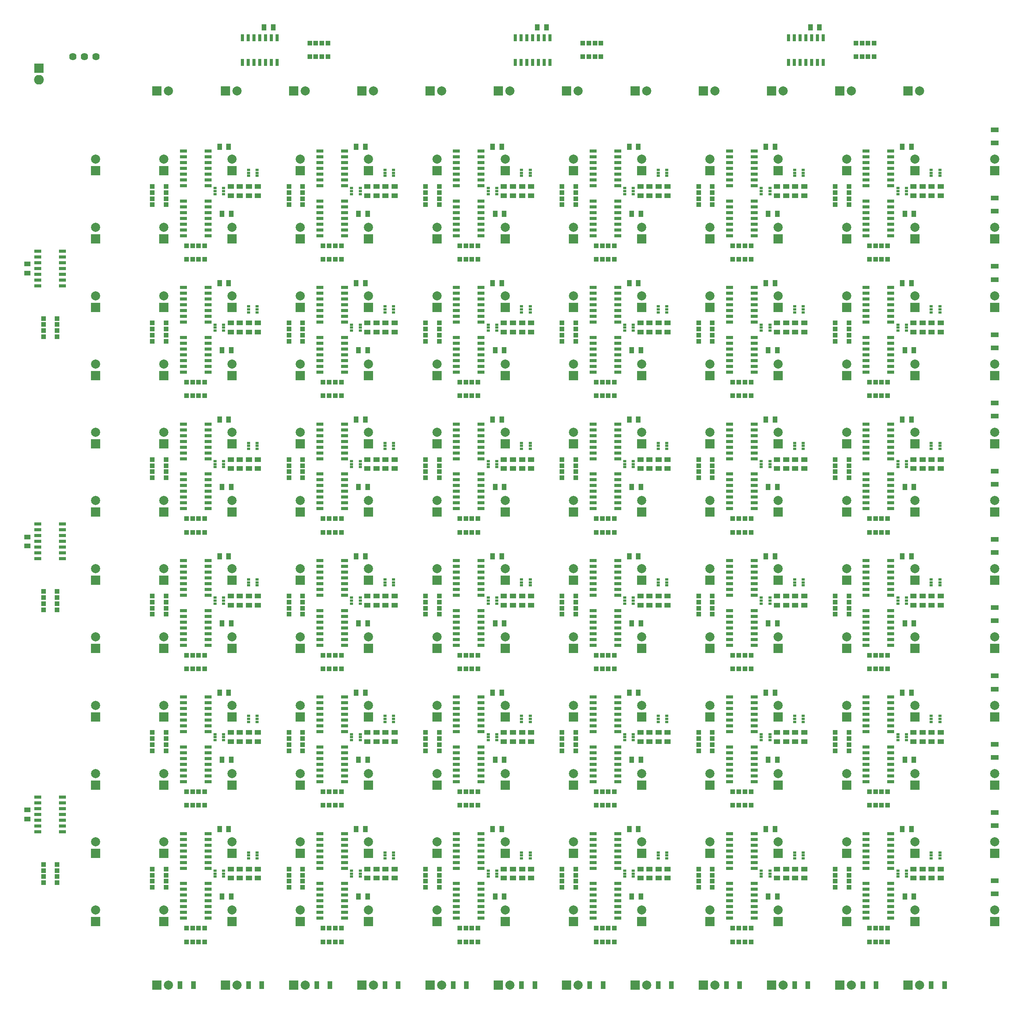
<source format=gbr>
G04 #@! TF.FileFunction,Soldermask,Top*
%FSLAX46Y46*%
G04 Gerber Fmt 4.6, Leading zero omitted, Abs format (unit mm)*
G04 Created by KiCad (PCBNEW 4.0.1-stable) date 3/3/2016 12:22:01 AM*
%MOMM*%
G01*
G04 APERTURE LIST*
%ADD10C,0.100000*%
%ADD11R,1.000000X1.800000*%
%ADD12R,2.100000X2.000000*%
%ADD13C,2.000000*%
%ADD14R,1.800000X1.000000*%
%ADD15R,1.000000X1.000000*%
%ADD16R,1.600000X0.700000*%
%ADD17R,1.350000X1.100000*%
%ADD18R,2.000000X2.100000*%
%ADD19R,1.100000X1.350000*%
%ADD20R,0.700000X1.600000*%
%ADD21R,0.700000X0.520000*%
%ADD22R,2.132000X2.132000*%
%ADD23O,2.132000X2.132000*%
%ADD24C,1.624000*%
G04 APERTURE END LIST*
D10*
D11*
X206450000Y6000000D03*
X203550000Y6000000D03*
X146450000Y6000000D03*
X143550000Y6000000D03*
D12*
X20000000Y19960000D03*
D13*
X20000000Y22500000D03*
D12*
X20000000Y79960000D03*
D13*
X20000000Y82500000D03*
D12*
X217500000Y19960000D03*
D13*
X217500000Y22500000D03*
D12*
X217500000Y79960000D03*
D13*
X217500000Y82500000D03*
D12*
X20000000Y34960000D03*
D13*
X20000000Y37500000D03*
D12*
X20000000Y94960000D03*
D13*
X20000000Y97500000D03*
D12*
X217500000Y34960000D03*
D13*
X217500000Y37500000D03*
D12*
X217500000Y94960000D03*
D13*
X217500000Y97500000D03*
D12*
X20000000Y49960000D03*
D13*
X20000000Y52500000D03*
D12*
X20000000Y109960000D03*
D13*
X20000000Y112500000D03*
D12*
X20000000Y64960000D03*
D13*
X20000000Y67500000D03*
D12*
X20000000Y124960000D03*
D13*
X20000000Y127500000D03*
D12*
X217500000Y49960000D03*
D13*
X217500000Y52500000D03*
D12*
X217500000Y109960000D03*
D13*
X217500000Y112500000D03*
D12*
X217500000Y64960000D03*
D13*
X217500000Y67500000D03*
D12*
X217500000Y124960000D03*
D13*
X217500000Y127500000D03*
D14*
X217500000Y28950000D03*
X217500000Y26050000D03*
X217500000Y88950000D03*
X217500000Y86050000D03*
D15*
X8500000Y32500000D03*
X8500000Y28500000D03*
X8500000Y31160000D03*
X8500000Y29840000D03*
X11500000Y31160000D03*
X11500000Y32500000D03*
X11500000Y28500000D03*
X11500000Y29840000D03*
X8500000Y92500000D03*
X8500000Y88500000D03*
X8500000Y91160000D03*
X8500000Y89840000D03*
X11500000Y91160000D03*
X11500000Y92500000D03*
X11500000Y88500000D03*
X11500000Y89840000D03*
D16*
X7300000Y47310000D03*
X7300000Y46040000D03*
X7300000Y44770000D03*
X7300000Y43500000D03*
X7300000Y42230000D03*
X7300000Y40960000D03*
X7300000Y39690000D03*
X12700000Y39690000D03*
X12700000Y40960000D03*
X12700000Y42230000D03*
X12700000Y43500000D03*
X12700000Y44770000D03*
X12700000Y46040000D03*
X12700000Y47310000D03*
X7300000Y107310000D03*
X7300000Y106040000D03*
X7300000Y104770000D03*
X7300000Y103500000D03*
X7300000Y102230000D03*
X7300000Y100960000D03*
X7300000Y99690000D03*
X12700000Y99690000D03*
X12700000Y100960000D03*
X12700000Y102230000D03*
X12700000Y103500000D03*
X12700000Y104770000D03*
X12700000Y106040000D03*
X12700000Y107310000D03*
D17*
X5000000Y44500000D03*
X5000000Y42500000D03*
X5000000Y104500000D03*
X5000000Y102500000D03*
D14*
X217500000Y43950000D03*
X217500000Y41050000D03*
X217500000Y103950000D03*
X217500000Y101050000D03*
X217500000Y73950000D03*
X217500000Y71050000D03*
X217500000Y133950000D03*
X217500000Y131050000D03*
X217500000Y58950000D03*
X217500000Y56050000D03*
X217500000Y118950000D03*
X217500000Y116050000D03*
D18*
X183460000Y202500000D03*
D13*
X186000000Y202500000D03*
D18*
X123460000Y202500000D03*
D13*
X126000000Y202500000D03*
D18*
X168460000Y202500000D03*
D13*
X171000000Y202500000D03*
D18*
X108460000Y202500000D03*
D13*
X111000000Y202500000D03*
D18*
X153460000Y6000000D03*
D13*
X156000000Y6000000D03*
D18*
X93460000Y6000000D03*
D13*
X96000000Y6000000D03*
D18*
X153460000Y202500000D03*
D13*
X156000000Y202500000D03*
D18*
X93460000Y202500000D03*
D13*
X96000000Y202500000D03*
D18*
X183460000Y6000000D03*
D13*
X186000000Y6000000D03*
D18*
X123460000Y6000000D03*
D13*
X126000000Y6000000D03*
D18*
X168460000Y6000000D03*
D13*
X171000000Y6000000D03*
D18*
X108460000Y6000000D03*
D13*
X111000000Y6000000D03*
D18*
X198460000Y202500000D03*
D13*
X201000000Y202500000D03*
D18*
X138460000Y202500000D03*
D13*
X141000000Y202500000D03*
D18*
X198460000Y6000000D03*
D13*
X201000000Y6000000D03*
D18*
X138460000Y6000000D03*
D13*
X141000000Y6000000D03*
D11*
X191450000Y6000000D03*
X188550000Y6000000D03*
X131450000Y6000000D03*
X128550000Y6000000D03*
D19*
X177000000Y216500000D03*
X179000000Y216500000D03*
X117000000Y216500000D03*
X119000000Y216500000D03*
D15*
X191000000Y213000000D03*
X187000000Y213000000D03*
X189660000Y213000000D03*
X188340000Y213000000D03*
X189660000Y210000000D03*
X191000000Y210000000D03*
X187000000Y210000000D03*
X188340000Y210000000D03*
X131000000Y213000000D03*
X127000000Y213000000D03*
X129660000Y213000000D03*
X128340000Y213000000D03*
X129660000Y210000000D03*
X131000000Y210000000D03*
X127000000Y210000000D03*
X128340000Y210000000D03*
D11*
X176450000Y6000000D03*
X173550000Y6000000D03*
X116450000Y6000000D03*
X113550000Y6000000D03*
X161450000Y6000000D03*
X158550000Y6000000D03*
X101450000Y6000000D03*
X98550000Y6000000D03*
D20*
X179810000Y214200000D03*
X178540000Y214200000D03*
X177270000Y214200000D03*
X176000000Y214200000D03*
X174730000Y214200000D03*
X173460000Y214200000D03*
X172190000Y214200000D03*
X172190000Y208800000D03*
X173460000Y208800000D03*
X174730000Y208800000D03*
X176000000Y208800000D03*
X177270000Y208800000D03*
X178540000Y208800000D03*
X179810000Y208800000D03*
X119810000Y214200000D03*
X118540000Y214200000D03*
X117270000Y214200000D03*
X116000000Y214200000D03*
X114730000Y214200000D03*
X113460000Y214200000D03*
X112190000Y214200000D03*
X112190000Y208800000D03*
X113460000Y208800000D03*
X114730000Y208800000D03*
X116000000Y208800000D03*
X117270000Y208800000D03*
X118540000Y208800000D03*
X119810000Y208800000D03*
D12*
X199950000Y19960000D03*
D13*
X199950000Y22500000D03*
D12*
X169950000Y19960000D03*
D13*
X169950000Y22500000D03*
D12*
X139950000Y19960000D03*
D13*
X139950000Y22500000D03*
D12*
X109950000Y19960000D03*
D13*
X109950000Y22500000D03*
D12*
X79950000Y19960000D03*
D13*
X79950000Y22500000D03*
D12*
X49950000Y19960000D03*
D13*
X49950000Y22500000D03*
D12*
X199950000Y49960000D03*
D13*
X199950000Y52500000D03*
D12*
X169950000Y49960000D03*
D13*
X169950000Y52500000D03*
D12*
X139950000Y49960000D03*
D13*
X139950000Y52500000D03*
D12*
X109950000Y49960000D03*
D13*
X109950000Y52500000D03*
D12*
X79950000Y49960000D03*
D13*
X79950000Y52500000D03*
D12*
X49950000Y49960000D03*
D13*
X49950000Y52500000D03*
D12*
X199950000Y79960000D03*
D13*
X199950000Y82500000D03*
D12*
X169950000Y79960000D03*
D13*
X169950000Y82500000D03*
D12*
X139950000Y79960000D03*
D13*
X139950000Y82500000D03*
D12*
X109950000Y79960000D03*
D13*
X109950000Y82500000D03*
D12*
X79950000Y79960000D03*
D13*
X79950000Y82500000D03*
D12*
X49950000Y79960000D03*
D13*
X49950000Y82500000D03*
D12*
X199950000Y109960000D03*
D13*
X199950000Y112500000D03*
D12*
X169950000Y109960000D03*
D13*
X169950000Y112500000D03*
D12*
X139950000Y109960000D03*
D13*
X139950000Y112500000D03*
D12*
X109950000Y109960000D03*
D13*
X109950000Y112500000D03*
D12*
X79950000Y109960000D03*
D13*
X79950000Y112500000D03*
D12*
X49950000Y109960000D03*
D13*
X49950000Y112500000D03*
D12*
X199950000Y139960000D03*
D13*
X199950000Y142500000D03*
D12*
X169950000Y139960000D03*
D13*
X169950000Y142500000D03*
D12*
X139950000Y139960000D03*
D13*
X139950000Y142500000D03*
D12*
X109950000Y139960000D03*
D13*
X109950000Y142500000D03*
D12*
X79950000Y139960000D03*
D13*
X79950000Y142500000D03*
D12*
X49950000Y139960000D03*
D13*
X49950000Y142500000D03*
D12*
X199950000Y169960000D03*
D13*
X199950000Y172500000D03*
D12*
X169950000Y169960000D03*
D13*
X169950000Y172500000D03*
D12*
X139950000Y169960000D03*
D13*
X139950000Y172500000D03*
D12*
X109950000Y169960000D03*
D13*
X109950000Y172500000D03*
D12*
X79950000Y169960000D03*
D13*
X79950000Y172500000D03*
D12*
X184950000Y34960000D03*
D13*
X184950000Y37500000D03*
D12*
X154950000Y34960000D03*
D13*
X154950000Y37500000D03*
D12*
X124950000Y34960000D03*
D13*
X124950000Y37500000D03*
D12*
X94950000Y34960000D03*
D13*
X94950000Y37500000D03*
D12*
X64950000Y34960000D03*
D13*
X64950000Y37500000D03*
D12*
X34950000Y34960000D03*
D13*
X34950000Y37500000D03*
D12*
X184950000Y64960000D03*
D13*
X184950000Y67500000D03*
D12*
X154950000Y64960000D03*
D13*
X154950000Y67500000D03*
D12*
X124950000Y64960000D03*
D13*
X124950000Y67500000D03*
D12*
X94950000Y64960000D03*
D13*
X94950000Y67500000D03*
D12*
X64950000Y64960000D03*
D13*
X64950000Y67500000D03*
D12*
X34950000Y64960000D03*
D13*
X34950000Y67500000D03*
D12*
X184950000Y94960000D03*
D13*
X184950000Y97500000D03*
D12*
X154950000Y94960000D03*
D13*
X154950000Y97500000D03*
D12*
X124950000Y94960000D03*
D13*
X124950000Y97500000D03*
D12*
X94950000Y94960000D03*
D13*
X94950000Y97500000D03*
D12*
X64950000Y94960000D03*
D13*
X64950000Y97500000D03*
D12*
X34950000Y94960000D03*
D13*
X34950000Y97500000D03*
D12*
X184950000Y124960000D03*
D13*
X184950000Y127500000D03*
D12*
X154950000Y124960000D03*
D13*
X154950000Y127500000D03*
D12*
X124950000Y124960000D03*
D13*
X124950000Y127500000D03*
D12*
X94950000Y124960000D03*
D13*
X94950000Y127500000D03*
D12*
X64950000Y124960000D03*
D13*
X64950000Y127500000D03*
D12*
X34950000Y124960000D03*
D13*
X34950000Y127500000D03*
D12*
X184950000Y154960000D03*
D13*
X184950000Y157500000D03*
D12*
X154950000Y154960000D03*
D13*
X154950000Y157500000D03*
D12*
X124950000Y154960000D03*
D13*
X124950000Y157500000D03*
D12*
X94950000Y154960000D03*
D13*
X94950000Y157500000D03*
D12*
X64950000Y154960000D03*
D13*
X64950000Y157500000D03*
D12*
X34950000Y154960000D03*
D13*
X34950000Y157500000D03*
D12*
X184950000Y184960000D03*
D13*
X184950000Y187500000D03*
D12*
X154950000Y184960000D03*
D13*
X154950000Y187500000D03*
D12*
X124950000Y184960000D03*
D13*
X124950000Y187500000D03*
D12*
X94950000Y184960000D03*
D13*
X94950000Y187500000D03*
D12*
X64950000Y184960000D03*
D13*
X64950000Y187500000D03*
D12*
X184950000Y19960000D03*
D13*
X184950000Y22500000D03*
D12*
X154950000Y19960000D03*
D13*
X154950000Y22500000D03*
D12*
X124950000Y19960000D03*
D13*
X124950000Y22500000D03*
D12*
X94950000Y19960000D03*
D13*
X94950000Y22500000D03*
D12*
X64950000Y19960000D03*
D13*
X64950000Y22500000D03*
D12*
X34950000Y19960000D03*
D13*
X34950000Y22500000D03*
D12*
X184950000Y49960000D03*
D13*
X184950000Y52500000D03*
D12*
X154950000Y49960000D03*
D13*
X154950000Y52500000D03*
D12*
X124950000Y49960000D03*
D13*
X124950000Y52500000D03*
D12*
X94950000Y49960000D03*
D13*
X94950000Y52500000D03*
D12*
X64950000Y49960000D03*
D13*
X64950000Y52500000D03*
D12*
X34950000Y49960000D03*
D13*
X34950000Y52500000D03*
D12*
X184950000Y79960000D03*
D13*
X184950000Y82500000D03*
D12*
X154950000Y79960000D03*
D13*
X154950000Y82500000D03*
D12*
X124950000Y79960000D03*
D13*
X124950000Y82500000D03*
D12*
X94950000Y79960000D03*
D13*
X94950000Y82500000D03*
D12*
X64950000Y79960000D03*
D13*
X64950000Y82500000D03*
D12*
X34950000Y79960000D03*
D13*
X34950000Y82500000D03*
D12*
X184950000Y109960000D03*
D13*
X184950000Y112500000D03*
D12*
X154950000Y109960000D03*
D13*
X154950000Y112500000D03*
D12*
X124950000Y109960000D03*
D13*
X124950000Y112500000D03*
D12*
X94950000Y109960000D03*
D13*
X94950000Y112500000D03*
D12*
X64950000Y109960000D03*
D13*
X64950000Y112500000D03*
D12*
X34950000Y109960000D03*
D13*
X34950000Y112500000D03*
D12*
X184950000Y139960000D03*
D13*
X184950000Y142500000D03*
D12*
X154950000Y139960000D03*
D13*
X154950000Y142500000D03*
D12*
X124950000Y139960000D03*
D13*
X124950000Y142500000D03*
D12*
X94950000Y139960000D03*
D13*
X94950000Y142500000D03*
D12*
X64950000Y139960000D03*
D13*
X64950000Y142500000D03*
D12*
X34950000Y139960000D03*
D13*
X34950000Y142500000D03*
D12*
X184950000Y169960000D03*
D13*
X184950000Y172500000D03*
D12*
X154950000Y169960000D03*
D13*
X154950000Y172500000D03*
D12*
X124950000Y169960000D03*
D13*
X124950000Y172500000D03*
D12*
X94950000Y169960000D03*
D13*
X94950000Y172500000D03*
D12*
X64950000Y169960000D03*
D13*
X64950000Y172500000D03*
D12*
X199950000Y34960000D03*
D13*
X199950000Y37500000D03*
D12*
X169950000Y34960000D03*
D13*
X169950000Y37500000D03*
D12*
X139950000Y34960000D03*
D13*
X139950000Y37500000D03*
D12*
X109950000Y34960000D03*
D13*
X109950000Y37500000D03*
D12*
X79950000Y34960000D03*
D13*
X79950000Y37500000D03*
D12*
X49950000Y34960000D03*
D13*
X49950000Y37500000D03*
D12*
X199950000Y64960000D03*
D13*
X199950000Y67500000D03*
D12*
X169950000Y64960000D03*
D13*
X169950000Y67500000D03*
D12*
X139950000Y64960000D03*
D13*
X139950000Y67500000D03*
D12*
X109950000Y64960000D03*
D13*
X109950000Y67500000D03*
D12*
X79950000Y64960000D03*
D13*
X79950000Y67500000D03*
D12*
X49950000Y64960000D03*
D13*
X49950000Y67500000D03*
D12*
X199950000Y94960000D03*
D13*
X199950000Y97500000D03*
D12*
X169950000Y94960000D03*
D13*
X169950000Y97500000D03*
D12*
X139950000Y94960000D03*
D13*
X139950000Y97500000D03*
D12*
X109950000Y94960000D03*
D13*
X109950000Y97500000D03*
D12*
X79950000Y94960000D03*
D13*
X79950000Y97500000D03*
D12*
X49950000Y94960000D03*
D13*
X49950000Y97500000D03*
D12*
X199950000Y124960000D03*
D13*
X199950000Y127500000D03*
D12*
X169950000Y124960000D03*
D13*
X169950000Y127500000D03*
D12*
X139950000Y124960000D03*
D13*
X139950000Y127500000D03*
D12*
X109950000Y124960000D03*
D13*
X109950000Y127500000D03*
D12*
X79950000Y124960000D03*
D13*
X79950000Y127500000D03*
D12*
X49950000Y124960000D03*
D13*
X49950000Y127500000D03*
D12*
X199950000Y154960000D03*
D13*
X199950000Y157500000D03*
D12*
X169950000Y154960000D03*
D13*
X169950000Y157500000D03*
D12*
X139950000Y154960000D03*
D13*
X139950000Y157500000D03*
D12*
X109950000Y154960000D03*
D13*
X109950000Y157500000D03*
D12*
X79950000Y154960000D03*
D13*
X79950000Y157500000D03*
D12*
X49950000Y154960000D03*
D13*
X49950000Y157500000D03*
D12*
X199950000Y184960000D03*
D13*
X199950000Y187500000D03*
D12*
X169950000Y184960000D03*
D13*
X169950000Y187500000D03*
D12*
X139950000Y184960000D03*
D13*
X139950000Y187500000D03*
D12*
X109950000Y184960000D03*
D13*
X109950000Y187500000D03*
D12*
X79950000Y184960000D03*
D13*
X79950000Y187500000D03*
D15*
X193950000Y18500000D03*
X189950000Y18500000D03*
X192610000Y18500000D03*
X191290000Y18500000D03*
X192610000Y15500000D03*
X193950000Y15500000D03*
X189950000Y15500000D03*
X191290000Y15500000D03*
X163950000Y18500000D03*
X159950000Y18500000D03*
X162610000Y18500000D03*
X161290000Y18500000D03*
X162610000Y15500000D03*
X163950000Y15500000D03*
X159950000Y15500000D03*
X161290000Y15500000D03*
X133950000Y18500000D03*
X129950000Y18500000D03*
X132610000Y18500000D03*
X131290000Y18500000D03*
X132610000Y15500000D03*
X133950000Y15500000D03*
X129950000Y15500000D03*
X131290000Y15500000D03*
X103950000Y18500000D03*
X99950000Y18500000D03*
X102610000Y18500000D03*
X101290000Y18500000D03*
X102610000Y15500000D03*
X103950000Y15500000D03*
X99950000Y15500000D03*
X101290000Y15500000D03*
X73950000Y18500000D03*
X69950000Y18500000D03*
X72610000Y18500000D03*
X71290000Y18500000D03*
X72610000Y15500000D03*
X73950000Y15500000D03*
X69950000Y15500000D03*
X71290000Y15500000D03*
X43950000Y18500000D03*
X39950000Y18500000D03*
X42610000Y18500000D03*
X41290000Y18500000D03*
X42610000Y15500000D03*
X43950000Y15500000D03*
X39950000Y15500000D03*
X41290000Y15500000D03*
X193950000Y48500000D03*
X189950000Y48500000D03*
X192610000Y48500000D03*
X191290000Y48500000D03*
X192610000Y45500000D03*
X193950000Y45500000D03*
X189950000Y45500000D03*
X191290000Y45500000D03*
X163950000Y48500000D03*
X159950000Y48500000D03*
X162610000Y48500000D03*
X161290000Y48500000D03*
X162610000Y45500000D03*
X163950000Y45500000D03*
X159950000Y45500000D03*
X161290000Y45500000D03*
X133950000Y48500000D03*
X129950000Y48500000D03*
X132610000Y48500000D03*
X131290000Y48500000D03*
X132610000Y45500000D03*
X133950000Y45500000D03*
X129950000Y45500000D03*
X131290000Y45500000D03*
X103950000Y48500000D03*
X99950000Y48500000D03*
X102610000Y48500000D03*
X101290000Y48500000D03*
X102610000Y45500000D03*
X103950000Y45500000D03*
X99950000Y45500000D03*
X101290000Y45500000D03*
X73950000Y48500000D03*
X69950000Y48500000D03*
X72610000Y48500000D03*
X71290000Y48500000D03*
X72610000Y45500000D03*
X73950000Y45500000D03*
X69950000Y45500000D03*
X71290000Y45500000D03*
X43950000Y48500000D03*
X39950000Y48500000D03*
X42610000Y48500000D03*
X41290000Y48500000D03*
X42610000Y45500000D03*
X43950000Y45500000D03*
X39950000Y45500000D03*
X41290000Y45500000D03*
X193950000Y78500000D03*
X189950000Y78500000D03*
X192610000Y78500000D03*
X191290000Y78500000D03*
X192610000Y75500000D03*
X193950000Y75500000D03*
X189950000Y75500000D03*
X191290000Y75500000D03*
X163950000Y78500000D03*
X159950000Y78500000D03*
X162610000Y78500000D03*
X161290000Y78500000D03*
X162610000Y75500000D03*
X163950000Y75500000D03*
X159950000Y75500000D03*
X161290000Y75500000D03*
X133950000Y78500000D03*
X129950000Y78500000D03*
X132610000Y78500000D03*
X131290000Y78500000D03*
X132610000Y75500000D03*
X133950000Y75500000D03*
X129950000Y75500000D03*
X131290000Y75500000D03*
X103950000Y78500000D03*
X99950000Y78500000D03*
X102610000Y78500000D03*
X101290000Y78500000D03*
X102610000Y75500000D03*
X103950000Y75500000D03*
X99950000Y75500000D03*
X101290000Y75500000D03*
X73950000Y78500000D03*
X69950000Y78500000D03*
X72610000Y78500000D03*
X71290000Y78500000D03*
X72610000Y75500000D03*
X73950000Y75500000D03*
X69950000Y75500000D03*
X71290000Y75500000D03*
X43950000Y78500000D03*
X39950000Y78500000D03*
X42610000Y78500000D03*
X41290000Y78500000D03*
X42610000Y75500000D03*
X43950000Y75500000D03*
X39950000Y75500000D03*
X41290000Y75500000D03*
X193950000Y108500000D03*
X189950000Y108500000D03*
X192610000Y108500000D03*
X191290000Y108500000D03*
X192610000Y105500000D03*
X193950000Y105500000D03*
X189950000Y105500000D03*
X191290000Y105500000D03*
X163950000Y108500000D03*
X159950000Y108500000D03*
X162610000Y108500000D03*
X161290000Y108500000D03*
X162610000Y105500000D03*
X163950000Y105500000D03*
X159950000Y105500000D03*
X161290000Y105500000D03*
X133950000Y108500000D03*
X129950000Y108500000D03*
X132610000Y108500000D03*
X131290000Y108500000D03*
X132610000Y105500000D03*
X133950000Y105500000D03*
X129950000Y105500000D03*
X131290000Y105500000D03*
X103950000Y108500000D03*
X99950000Y108500000D03*
X102610000Y108500000D03*
X101290000Y108500000D03*
X102610000Y105500000D03*
X103950000Y105500000D03*
X99950000Y105500000D03*
X101290000Y105500000D03*
X73950000Y108500000D03*
X69950000Y108500000D03*
X72610000Y108500000D03*
X71290000Y108500000D03*
X72610000Y105500000D03*
X73950000Y105500000D03*
X69950000Y105500000D03*
X71290000Y105500000D03*
X43950000Y108500000D03*
X39950000Y108500000D03*
X42610000Y108500000D03*
X41290000Y108500000D03*
X42610000Y105500000D03*
X43950000Y105500000D03*
X39950000Y105500000D03*
X41290000Y105500000D03*
X193950000Y138500000D03*
X189950000Y138500000D03*
X192610000Y138500000D03*
X191290000Y138500000D03*
X192610000Y135500000D03*
X193950000Y135500000D03*
X189950000Y135500000D03*
X191290000Y135500000D03*
X163950000Y138500000D03*
X159950000Y138500000D03*
X162610000Y138500000D03*
X161290000Y138500000D03*
X162610000Y135500000D03*
X163950000Y135500000D03*
X159950000Y135500000D03*
X161290000Y135500000D03*
X133950000Y138500000D03*
X129950000Y138500000D03*
X132610000Y138500000D03*
X131290000Y138500000D03*
X132610000Y135500000D03*
X133950000Y135500000D03*
X129950000Y135500000D03*
X131290000Y135500000D03*
X103950000Y138500000D03*
X99950000Y138500000D03*
X102610000Y138500000D03*
X101290000Y138500000D03*
X102610000Y135500000D03*
X103950000Y135500000D03*
X99950000Y135500000D03*
X101290000Y135500000D03*
X73950000Y138500000D03*
X69950000Y138500000D03*
X72610000Y138500000D03*
X71290000Y138500000D03*
X72610000Y135500000D03*
X73950000Y135500000D03*
X69950000Y135500000D03*
X71290000Y135500000D03*
X43950000Y138500000D03*
X39950000Y138500000D03*
X42610000Y138500000D03*
X41290000Y138500000D03*
X42610000Y135500000D03*
X43950000Y135500000D03*
X39950000Y135500000D03*
X41290000Y135500000D03*
X193950000Y168500000D03*
X189950000Y168500000D03*
X192610000Y168500000D03*
X191290000Y168500000D03*
X192610000Y165500000D03*
X193950000Y165500000D03*
X189950000Y165500000D03*
X191290000Y165500000D03*
X163950000Y168500000D03*
X159950000Y168500000D03*
X162610000Y168500000D03*
X161290000Y168500000D03*
X162610000Y165500000D03*
X163950000Y165500000D03*
X159950000Y165500000D03*
X161290000Y165500000D03*
X133950000Y168500000D03*
X129950000Y168500000D03*
X132610000Y168500000D03*
X131290000Y168500000D03*
X132610000Y165500000D03*
X133950000Y165500000D03*
X129950000Y165500000D03*
X131290000Y165500000D03*
X103950000Y168500000D03*
X99950000Y168500000D03*
X102610000Y168500000D03*
X101290000Y168500000D03*
X102610000Y165500000D03*
X103950000Y165500000D03*
X99950000Y165500000D03*
X101290000Y165500000D03*
X73950000Y168500000D03*
X69950000Y168500000D03*
X72610000Y168500000D03*
X71290000Y168500000D03*
X72610000Y165500000D03*
X73950000Y165500000D03*
X69950000Y165500000D03*
X71290000Y165500000D03*
D19*
X197750000Y25500000D03*
X199750000Y25500000D03*
X167750000Y25500000D03*
X169750000Y25500000D03*
X137750000Y25500000D03*
X139750000Y25500000D03*
X107750000Y25500000D03*
X109750000Y25500000D03*
X77750000Y25500000D03*
X79750000Y25500000D03*
X47750000Y25500000D03*
X49750000Y25500000D03*
X197750000Y55500000D03*
X199750000Y55500000D03*
X167750000Y55500000D03*
X169750000Y55500000D03*
X137750000Y55500000D03*
X139750000Y55500000D03*
X107750000Y55500000D03*
X109750000Y55500000D03*
X77750000Y55500000D03*
X79750000Y55500000D03*
X47750000Y55500000D03*
X49750000Y55500000D03*
X197750000Y85500000D03*
X199750000Y85500000D03*
X167750000Y85500000D03*
X169750000Y85500000D03*
X137750000Y85500000D03*
X139750000Y85500000D03*
X107750000Y85500000D03*
X109750000Y85500000D03*
X77750000Y85500000D03*
X79750000Y85500000D03*
X47750000Y85500000D03*
X49750000Y85500000D03*
X197750000Y115500000D03*
X199750000Y115500000D03*
X167750000Y115500000D03*
X169750000Y115500000D03*
X137750000Y115500000D03*
X139750000Y115500000D03*
X107750000Y115500000D03*
X109750000Y115500000D03*
X77750000Y115500000D03*
X79750000Y115500000D03*
X47750000Y115500000D03*
X49750000Y115500000D03*
X197750000Y145500000D03*
X199750000Y145500000D03*
X167750000Y145500000D03*
X169750000Y145500000D03*
X137750000Y145500000D03*
X139750000Y145500000D03*
X107750000Y145500000D03*
X109750000Y145500000D03*
X77750000Y145500000D03*
X79750000Y145500000D03*
X47750000Y145500000D03*
X49750000Y145500000D03*
X197750000Y175500000D03*
X199750000Y175500000D03*
X167750000Y175500000D03*
X169750000Y175500000D03*
X137750000Y175500000D03*
X139750000Y175500000D03*
X107750000Y175500000D03*
X109750000Y175500000D03*
X77750000Y175500000D03*
X79750000Y175500000D03*
D15*
X185450000Y27500000D03*
X185450000Y31500000D03*
X185450000Y28840000D03*
X185450000Y30160000D03*
X182450000Y28840000D03*
X182450000Y27500000D03*
X182450000Y31500000D03*
X182450000Y30160000D03*
X155450000Y27500000D03*
X155450000Y31500000D03*
X155450000Y28840000D03*
X155450000Y30160000D03*
X152450000Y28840000D03*
X152450000Y27500000D03*
X152450000Y31500000D03*
X152450000Y30160000D03*
X125450000Y27500000D03*
X125450000Y31500000D03*
X125450000Y28840000D03*
X125450000Y30160000D03*
X122450000Y28840000D03*
X122450000Y27500000D03*
X122450000Y31500000D03*
X122450000Y30160000D03*
X95450000Y27500000D03*
X95450000Y31500000D03*
X95450000Y28840000D03*
X95450000Y30160000D03*
X92450000Y28840000D03*
X92450000Y27500000D03*
X92450000Y31500000D03*
X92450000Y30160000D03*
X65450000Y27500000D03*
X65450000Y31500000D03*
X65450000Y28840000D03*
X65450000Y30160000D03*
X62450000Y28840000D03*
X62450000Y27500000D03*
X62450000Y31500000D03*
X62450000Y30160000D03*
X35450000Y27500000D03*
X35450000Y31500000D03*
X35450000Y28840000D03*
X35450000Y30160000D03*
X32450000Y28840000D03*
X32450000Y27500000D03*
X32450000Y31500000D03*
X32450000Y30160000D03*
X185450000Y57500000D03*
X185450000Y61500000D03*
X185450000Y58840000D03*
X185450000Y60160000D03*
X182450000Y58840000D03*
X182450000Y57500000D03*
X182450000Y61500000D03*
X182450000Y60160000D03*
X155450000Y57500000D03*
X155450000Y61500000D03*
X155450000Y58840000D03*
X155450000Y60160000D03*
X152450000Y58840000D03*
X152450000Y57500000D03*
X152450000Y61500000D03*
X152450000Y60160000D03*
X125450000Y57500000D03*
X125450000Y61500000D03*
X125450000Y58840000D03*
X125450000Y60160000D03*
X122450000Y58840000D03*
X122450000Y57500000D03*
X122450000Y61500000D03*
X122450000Y60160000D03*
X95450000Y57500000D03*
X95450000Y61500000D03*
X95450000Y58840000D03*
X95450000Y60160000D03*
X92450000Y58840000D03*
X92450000Y57500000D03*
X92450000Y61500000D03*
X92450000Y60160000D03*
X65450000Y57500000D03*
X65450000Y61500000D03*
X65450000Y58840000D03*
X65450000Y60160000D03*
X62450000Y58840000D03*
X62450000Y57500000D03*
X62450000Y61500000D03*
X62450000Y60160000D03*
X35450000Y57500000D03*
X35450000Y61500000D03*
X35450000Y58840000D03*
X35450000Y60160000D03*
X32450000Y58840000D03*
X32450000Y57500000D03*
X32450000Y61500000D03*
X32450000Y60160000D03*
X185450000Y87500000D03*
X185450000Y91500000D03*
X185450000Y88840000D03*
X185450000Y90160000D03*
X182450000Y88840000D03*
X182450000Y87500000D03*
X182450000Y91500000D03*
X182450000Y90160000D03*
X155450000Y87500000D03*
X155450000Y91500000D03*
X155450000Y88840000D03*
X155450000Y90160000D03*
X152450000Y88840000D03*
X152450000Y87500000D03*
X152450000Y91500000D03*
X152450000Y90160000D03*
X125450000Y87500000D03*
X125450000Y91500000D03*
X125450000Y88840000D03*
X125450000Y90160000D03*
X122450000Y88840000D03*
X122450000Y87500000D03*
X122450000Y91500000D03*
X122450000Y90160000D03*
X95450000Y87500000D03*
X95450000Y91500000D03*
X95450000Y88840000D03*
X95450000Y90160000D03*
X92450000Y88840000D03*
X92450000Y87500000D03*
X92450000Y91500000D03*
X92450000Y90160000D03*
X65450000Y87500000D03*
X65450000Y91500000D03*
X65450000Y88840000D03*
X65450000Y90160000D03*
X62450000Y88840000D03*
X62450000Y87500000D03*
X62450000Y91500000D03*
X62450000Y90160000D03*
X35450000Y87500000D03*
X35450000Y91500000D03*
X35450000Y88840000D03*
X35450000Y90160000D03*
X32450000Y88840000D03*
X32450000Y87500000D03*
X32450000Y91500000D03*
X32450000Y90160000D03*
X185450000Y117500000D03*
X185450000Y121500000D03*
X185450000Y118840000D03*
X185450000Y120160000D03*
X182450000Y118840000D03*
X182450000Y117500000D03*
X182450000Y121500000D03*
X182450000Y120160000D03*
X155450000Y117500000D03*
X155450000Y121500000D03*
X155450000Y118840000D03*
X155450000Y120160000D03*
X152450000Y118840000D03*
X152450000Y117500000D03*
X152450000Y121500000D03*
X152450000Y120160000D03*
X125450000Y117500000D03*
X125450000Y121500000D03*
X125450000Y118840000D03*
X125450000Y120160000D03*
X122450000Y118840000D03*
X122450000Y117500000D03*
X122450000Y121500000D03*
X122450000Y120160000D03*
X95450000Y117500000D03*
X95450000Y121500000D03*
X95450000Y118840000D03*
X95450000Y120160000D03*
X92450000Y118840000D03*
X92450000Y117500000D03*
X92450000Y121500000D03*
X92450000Y120160000D03*
X65450000Y117500000D03*
X65450000Y121500000D03*
X65450000Y118840000D03*
X65450000Y120160000D03*
X62450000Y118840000D03*
X62450000Y117500000D03*
X62450000Y121500000D03*
X62450000Y120160000D03*
X35450000Y117500000D03*
X35450000Y121500000D03*
X35450000Y118840000D03*
X35450000Y120160000D03*
X32450000Y118840000D03*
X32450000Y117500000D03*
X32450000Y121500000D03*
X32450000Y120160000D03*
X185450000Y147500000D03*
X185450000Y151500000D03*
X185450000Y148840000D03*
X185450000Y150160000D03*
X182450000Y148840000D03*
X182450000Y147500000D03*
X182450000Y151500000D03*
X182450000Y150160000D03*
X155450000Y147500000D03*
X155450000Y151500000D03*
X155450000Y148840000D03*
X155450000Y150160000D03*
X152450000Y148840000D03*
X152450000Y147500000D03*
X152450000Y151500000D03*
X152450000Y150160000D03*
X125450000Y147500000D03*
X125450000Y151500000D03*
X125450000Y148840000D03*
X125450000Y150160000D03*
X122450000Y148840000D03*
X122450000Y147500000D03*
X122450000Y151500000D03*
X122450000Y150160000D03*
X95450000Y147500000D03*
X95450000Y151500000D03*
X95450000Y148840000D03*
X95450000Y150160000D03*
X92450000Y148840000D03*
X92450000Y147500000D03*
X92450000Y151500000D03*
X92450000Y150160000D03*
X65450000Y147500000D03*
X65450000Y151500000D03*
X65450000Y148840000D03*
X65450000Y150160000D03*
X62450000Y148840000D03*
X62450000Y147500000D03*
X62450000Y151500000D03*
X62450000Y150160000D03*
X35450000Y147500000D03*
X35450000Y151500000D03*
X35450000Y148840000D03*
X35450000Y150160000D03*
X32450000Y148840000D03*
X32450000Y147500000D03*
X32450000Y151500000D03*
X32450000Y150160000D03*
X185450000Y177500000D03*
X185450000Y181500000D03*
X185450000Y178840000D03*
X185450000Y180160000D03*
X182450000Y178840000D03*
X182450000Y177500000D03*
X182450000Y181500000D03*
X182450000Y180160000D03*
X155450000Y177500000D03*
X155450000Y181500000D03*
X155450000Y178840000D03*
X155450000Y180160000D03*
X152450000Y178840000D03*
X152450000Y177500000D03*
X152450000Y181500000D03*
X152450000Y180160000D03*
X125450000Y177500000D03*
X125450000Y181500000D03*
X125450000Y178840000D03*
X125450000Y180160000D03*
X122450000Y178840000D03*
X122450000Y177500000D03*
X122450000Y181500000D03*
X122450000Y180160000D03*
X95450000Y177500000D03*
X95450000Y181500000D03*
X95450000Y178840000D03*
X95450000Y180160000D03*
X92450000Y178840000D03*
X92450000Y177500000D03*
X92450000Y181500000D03*
X92450000Y180160000D03*
X65450000Y177500000D03*
X65450000Y181500000D03*
X65450000Y178840000D03*
X65450000Y180160000D03*
X62450000Y178840000D03*
X62450000Y177500000D03*
X62450000Y181500000D03*
X62450000Y180160000D03*
D16*
X194650000Y20690000D03*
X194650000Y21960000D03*
X194650000Y23230000D03*
X194650000Y24500000D03*
X194650000Y25770000D03*
X194650000Y27040000D03*
X194650000Y28310000D03*
X189250000Y28310000D03*
X189250000Y27040000D03*
X189250000Y25770000D03*
X189250000Y24500000D03*
X189250000Y23230000D03*
X189250000Y21960000D03*
X189250000Y20690000D03*
X164650000Y20690000D03*
X164650000Y21960000D03*
X164650000Y23230000D03*
X164650000Y24500000D03*
X164650000Y25770000D03*
X164650000Y27040000D03*
X164650000Y28310000D03*
X159250000Y28310000D03*
X159250000Y27040000D03*
X159250000Y25770000D03*
X159250000Y24500000D03*
X159250000Y23230000D03*
X159250000Y21960000D03*
X159250000Y20690000D03*
X134650000Y20690000D03*
X134650000Y21960000D03*
X134650000Y23230000D03*
X134650000Y24500000D03*
X134650000Y25770000D03*
X134650000Y27040000D03*
X134650000Y28310000D03*
X129250000Y28310000D03*
X129250000Y27040000D03*
X129250000Y25770000D03*
X129250000Y24500000D03*
X129250000Y23230000D03*
X129250000Y21960000D03*
X129250000Y20690000D03*
X104650000Y20690000D03*
X104650000Y21960000D03*
X104650000Y23230000D03*
X104650000Y24500000D03*
X104650000Y25770000D03*
X104650000Y27040000D03*
X104650000Y28310000D03*
X99250000Y28310000D03*
X99250000Y27040000D03*
X99250000Y25770000D03*
X99250000Y24500000D03*
X99250000Y23230000D03*
X99250000Y21960000D03*
X99250000Y20690000D03*
X74650000Y20690000D03*
X74650000Y21960000D03*
X74650000Y23230000D03*
X74650000Y24500000D03*
X74650000Y25770000D03*
X74650000Y27040000D03*
X74650000Y28310000D03*
X69250000Y28310000D03*
X69250000Y27040000D03*
X69250000Y25770000D03*
X69250000Y24500000D03*
X69250000Y23230000D03*
X69250000Y21960000D03*
X69250000Y20690000D03*
X44650000Y20690000D03*
X44650000Y21960000D03*
X44650000Y23230000D03*
X44650000Y24500000D03*
X44650000Y25770000D03*
X44650000Y27040000D03*
X44650000Y28310000D03*
X39250000Y28310000D03*
X39250000Y27040000D03*
X39250000Y25770000D03*
X39250000Y24500000D03*
X39250000Y23230000D03*
X39250000Y21960000D03*
X39250000Y20690000D03*
X194650000Y50690000D03*
X194650000Y51960000D03*
X194650000Y53230000D03*
X194650000Y54500000D03*
X194650000Y55770000D03*
X194650000Y57040000D03*
X194650000Y58310000D03*
X189250000Y58310000D03*
X189250000Y57040000D03*
X189250000Y55770000D03*
X189250000Y54500000D03*
X189250000Y53230000D03*
X189250000Y51960000D03*
X189250000Y50690000D03*
X164650000Y50690000D03*
X164650000Y51960000D03*
X164650000Y53230000D03*
X164650000Y54500000D03*
X164650000Y55770000D03*
X164650000Y57040000D03*
X164650000Y58310000D03*
X159250000Y58310000D03*
X159250000Y57040000D03*
X159250000Y55770000D03*
X159250000Y54500000D03*
X159250000Y53230000D03*
X159250000Y51960000D03*
X159250000Y50690000D03*
X134650000Y50690000D03*
X134650000Y51960000D03*
X134650000Y53230000D03*
X134650000Y54500000D03*
X134650000Y55770000D03*
X134650000Y57040000D03*
X134650000Y58310000D03*
X129250000Y58310000D03*
X129250000Y57040000D03*
X129250000Y55770000D03*
X129250000Y54500000D03*
X129250000Y53230000D03*
X129250000Y51960000D03*
X129250000Y50690000D03*
X104650000Y50690000D03*
X104650000Y51960000D03*
X104650000Y53230000D03*
X104650000Y54500000D03*
X104650000Y55770000D03*
X104650000Y57040000D03*
X104650000Y58310000D03*
X99250000Y58310000D03*
X99250000Y57040000D03*
X99250000Y55770000D03*
X99250000Y54500000D03*
X99250000Y53230000D03*
X99250000Y51960000D03*
X99250000Y50690000D03*
X74650000Y50690000D03*
X74650000Y51960000D03*
X74650000Y53230000D03*
X74650000Y54500000D03*
X74650000Y55770000D03*
X74650000Y57040000D03*
X74650000Y58310000D03*
X69250000Y58310000D03*
X69250000Y57040000D03*
X69250000Y55770000D03*
X69250000Y54500000D03*
X69250000Y53230000D03*
X69250000Y51960000D03*
X69250000Y50690000D03*
X44650000Y50690000D03*
X44650000Y51960000D03*
X44650000Y53230000D03*
X44650000Y54500000D03*
X44650000Y55770000D03*
X44650000Y57040000D03*
X44650000Y58310000D03*
X39250000Y58310000D03*
X39250000Y57040000D03*
X39250000Y55770000D03*
X39250000Y54500000D03*
X39250000Y53230000D03*
X39250000Y51960000D03*
X39250000Y50690000D03*
X194650000Y80690000D03*
X194650000Y81960000D03*
X194650000Y83230000D03*
X194650000Y84500000D03*
X194650000Y85770000D03*
X194650000Y87040000D03*
X194650000Y88310000D03*
X189250000Y88310000D03*
X189250000Y87040000D03*
X189250000Y85770000D03*
X189250000Y84500000D03*
X189250000Y83230000D03*
X189250000Y81960000D03*
X189250000Y80690000D03*
X164650000Y80690000D03*
X164650000Y81960000D03*
X164650000Y83230000D03*
X164650000Y84500000D03*
X164650000Y85770000D03*
X164650000Y87040000D03*
X164650000Y88310000D03*
X159250000Y88310000D03*
X159250000Y87040000D03*
X159250000Y85770000D03*
X159250000Y84500000D03*
X159250000Y83230000D03*
X159250000Y81960000D03*
X159250000Y80690000D03*
X134650000Y80690000D03*
X134650000Y81960000D03*
X134650000Y83230000D03*
X134650000Y84500000D03*
X134650000Y85770000D03*
X134650000Y87040000D03*
X134650000Y88310000D03*
X129250000Y88310000D03*
X129250000Y87040000D03*
X129250000Y85770000D03*
X129250000Y84500000D03*
X129250000Y83230000D03*
X129250000Y81960000D03*
X129250000Y80690000D03*
X104650000Y80690000D03*
X104650000Y81960000D03*
X104650000Y83230000D03*
X104650000Y84500000D03*
X104650000Y85770000D03*
X104650000Y87040000D03*
X104650000Y88310000D03*
X99250000Y88310000D03*
X99250000Y87040000D03*
X99250000Y85770000D03*
X99250000Y84500000D03*
X99250000Y83230000D03*
X99250000Y81960000D03*
X99250000Y80690000D03*
X74650000Y80690000D03*
X74650000Y81960000D03*
X74650000Y83230000D03*
X74650000Y84500000D03*
X74650000Y85770000D03*
X74650000Y87040000D03*
X74650000Y88310000D03*
X69250000Y88310000D03*
X69250000Y87040000D03*
X69250000Y85770000D03*
X69250000Y84500000D03*
X69250000Y83230000D03*
X69250000Y81960000D03*
X69250000Y80690000D03*
X44650000Y80690000D03*
X44650000Y81960000D03*
X44650000Y83230000D03*
X44650000Y84500000D03*
X44650000Y85770000D03*
X44650000Y87040000D03*
X44650000Y88310000D03*
X39250000Y88310000D03*
X39250000Y87040000D03*
X39250000Y85770000D03*
X39250000Y84500000D03*
X39250000Y83230000D03*
X39250000Y81960000D03*
X39250000Y80690000D03*
X194650000Y110690000D03*
X194650000Y111960000D03*
X194650000Y113230000D03*
X194650000Y114500000D03*
X194650000Y115770000D03*
X194650000Y117040000D03*
X194650000Y118310000D03*
X189250000Y118310000D03*
X189250000Y117040000D03*
X189250000Y115770000D03*
X189250000Y114500000D03*
X189250000Y113230000D03*
X189250000Y111960000D03*
X189250000Y110690000D03*
X164650000Y110690000D03*
X164650000Y111960000D03*
X164650000Y113230000D03*
X164650000Y114500000D03*
X164650000Y115770000D03*
X164650000Y117040000D03*
X164650000Y118310000D03*
X159250000Y118310000D03*
X159250000Y117040000D03*
X159250000Y115770000D03*
X159250000Y114500000D03*
X159250000Y113230000D03*
X159250000Y111960000D03*
X159250000Y110690000D03*
X134650000Y110690000D03*
X134650000Y111960000D03*
X134650000Y113230000D03*
X134650000Y114500000D03*
X134650000Y115770000D03*
X134650000Y117040000D03*
X134650000Y118310000D03*
X129250000Y118310000D03*
X129250000Y117040000D03*
X129250000Y115770000D03*
X129250000Y114500000D03*
X129250000Y113230000D03*
X129250000Y111960000D03*
X129250000Y110690000D03*
X104650000Y110690000D03*
X104650000Y111960000D03*
X104650000Y113230000D03*
X104650000Y114500000D03*
X104650000Y115770000D03*
X104650000Y117040000D03*
X104650000Y118310000D03*
X99250000Y118310000D03*
X99250000Y117040000D03*
X99250000Y115770000D03*
X99250000Y114500000D03*
X99250000Y113230000D03*
X99250000Y111960000D03*
X99250000Y110690000D03*
X74650000Y110690000D03*
X74650000Y111960000D03*
X74650000Y113230000D03*
X74650000Y114500000D03*
X74650000Y115770000D03*
X74650000Y117040000D03*
X74650000Y118310000D03*
X69250000Y118310000D03*
X69250000Y117040000D03*
X69250000Y115770000D03*
X69250000Y114500000D03*
X69250000Y113230000D03*
X69250000Y111960000D03*
X69250000Y110690000D03*
X44650000Y110690000D03*
X44650000Y111960000D03*
X44650000Y113230000D03*
X44650000Y114500000D03*
X44650000Y115770000D03*
X44650000Y117040000D03*
X44650000Y118310000D03*
X39250000Y118310000D03*
X39250000Y117040000D03*
X39250000Y115770000D03*
X39250000Y114500000D03*
X39250000Y113230000D03*
X39250000Y111960000D03*
X39250000Y110690000D03*
X194650000Y140690000D03*
X194650000Y141960000D03*
X194650000Y143230000D03*
X194650000Y144500000D03*
X194650000Y145770000D03*
X194650000Y147040000D03*
X194650000Y148310000D03*
X189250000Y148310000D03*
X189250000Y147040000D03*
X189250000Y145770000D03*
X189250000Y144500000D03*
X189250000Y143230000D03*
X189250000Y141960000D03*
X189250000Y140690000D03*
X164650000Y140690000D03*
X164650000Y141960000D03*
X164650000Y143230000D03*
X164650000Y144500000D03*
X164650000Y145770000D03*
X164650000Y147040000D03*
X164650000Y148310000D03*
X159250000Y148310000D03*
X159250000Y147040000D03*
X159250000Y145770000D03*
X159250000Y144500000D03*
X159250000Y143230000D03*
X159250000Y141960000D03*
X159250000Y140690000D03*
X134650000Y140690000D03*
X134650000Y141960000D03*
X134650000Y143230000D03*
X134650000Y144500000D03*
X134650000Y145770000D03*
X134650000Y147040000D03*
X134650000Y148310000D03*
X129250000Y148310000D03*
X129250000Y147040000D03*
X129250000Y145770000D03*
X129250000Y144500000D03*
X129250000Y143230000D03*
X129250000Y141960000D03*
X129250000Y140690000D03*
X104650000Y140690000D03*
X104650000Y141960000D03*
X104650000Y143230000D03*
X104650000Y144500000D03*
X104650000Y145770000D03*
X104650000Y147040000D03*
X104650000Y148310000D03*
X99250000Y148310000D03*
X99250000Y147040000D03*
X99250000Y145770000D03*
X99250000Y144500000D03*
X99250000Y143230000D03*
X99250000Y141960000D03*
X99250000Y140690000D03*
X74650000Y140690000D03*
X74650000Y141960000D03*
X74650000Y143230000D03*
X74650000Y144500000D03*
X74650000Y145770000D03*
X74650000Y147040000D03*
X74650000Y148310000D03*
X69250000Y148310000D03*
X69250000Y147040000D03*
X69250000Y145770000D03*
X69250000Y144500000D03*
X69250000Y143230000D03*
X69250000Y141960000D03*
X69250000Y140690000D03*
X44650000Y140690000D03*
X44650000Y141960000D03*
X44650000Y143230000D03*
X44650000Y144500000D03*
X44650000Y145770000D03*
X44650000Y147040000D03*
X44650000Y148310000D03*
X39250000Y148310000D03*
X39250000Y147040000D03*
X39250000Y145770000D03*
X39250000Y144500000D03*
X39250000Y143230000D03*
X39250000Y141960000D03*
X39250000Y140690000D03*
X194650000Y170690000D03*
X194650000Y171960000D03*
X194650000Y173230000D03*
X194650000Y174500000D03*
X194650000Y175770000D03*
X194650000Y177040000D03*
X194650000Y178310000D03*
X189250000Y178310000D03*
X189250000Y177040000D03*
X189250000Y175770000D03*
X189250000Y174500000D03*
X189250000Y173230000D03*
X189250000Y171960000D03*
X189250000Y170690000D03*
X164650000Y170690000D03*
X164650000Y171960000D03*
X164650000Y173230000D03*
X164650000Y174500000D03*
X164650000Y175770000D03*
X164650000Y177040000D03*
X164650000Y178310000D03*
X159250000Y178310000D03*
X159250000Y177040000D03*
X159250000Y175770000D03*
X159250000Y174500000D03*
X159250000Y173230000D03*
X159250000Y171960000D03*
X159250000Y170690000D03*
X134650000Y170690000D03*
X134650000Y171960000D03*
X134650000Y173230000D03*
X134650000Y174500000D03*
X134650000Y175770000D03*
X134650000Y177040000D03*
X134650000Y178310000D03*
X129250000Y178310000D03*
X129250000Y177040000D03*
X129250000Y175770000D03*
X129250000Y174500000D03*
X129250000Y173230000D03*
X129250000Y171960000D03*
X129250000Y170690000D03*
X104650000Y170690000D03*
X104650000Y171960000D03*
X104650000Y173230000D03*
X104650000Y174500000D03*
X104650000Y175770000D03*
X104650000Y177040000D03*
X104650000Y178310000D03*
X99250000Y178310000D03*
X99250000Y177040000D03*
X99250000Y175770000D03*
X99250000Y174500000D03*
X99250000Y173230000D03*
X99250000Y171960000D03*
X99250000Y170690000D03*
X74650000Y170690000D03*
X74650000Y171960000D03*
X74650000Y173230000D03*
X74650000Y174500000D03*
X74650000Y175770000D03*
X74650000Y177040000D03*
X74650000Y178310000D03*
X69250000Y178310000D03*
X69250000Y177040000D03*
X69250000Y175770000D03*
X69250000Y174500000D03*
X69250000Y173230000D03*
X69250000Y171960000D03*
X69250000Y170690000D03*
D21*
X196200000Y31150000D03*
X198100000Y31150000D03*
X196200000Y30500000D03*
X198100000Y30500000D03*
X196200000Y29850000D03*
X198100000Y29850000D03*
X166200000Y31150000D03*
X168100000Y31150000D03*
X166200000Y30500000D03*
X168100000Y30500000D03*
X166200000Y29850000D03*
X168100000Y29850000D03*
X136200000Y31150000D03*
X138100000Y31150000D03*
X136200000Y30500000D03*
X138100000Y30500000D03*
X136200000Y29850000D03*
X138100000Y29850000D03*
X106200000Y31150000D03*
X108100000Y31150000D03*
X106200000Y30500000D03*
X108100000Y30500000D03*
X106200000Y29850000D03*
X108100000Y29850000D03*
X76200000Y31150000D03*
X78100000Y31150000D03*
X76200000Y30500000D03*
X78100000Y30500000D03*
X76200000Y29850000D03*
X78100000Y29850000D03*
X46200000Y31150000D03*
X48100000Y31150000D03*
X46200000Y30500000D03*
X48100000Y30500000D03*
X46200000Y29850000D03*
X48100000Y29850000D03*
X196200000Y61150000D03*
X198100000Y61150000D03*
X196200000Y60500000D03*
X198100000Y60500000D03*
X196200000Y59850000D03*
X198100000Y59850000D03*
X166200000Y61150000D03*
X168100000Y61150000D03*
X166200000Y60500000D03*
X168100000Y60500000D03*
X166200000Y59850000D03*
X168100000Y59850000D03*
X136200000Y61150000D03*
X138100000Y61150000D03*
X136200000Y60500000D03*
X138100000Y60500000D03*
X136200000Y59850000D03*
X138100000Y59850000D03*
X106200000Y61150000D03*
X108100000Y61150000D03*
X106200000Y60500000D03*
X108100000Y60500000D03*
X106200000Y59850000D03*
X108100000Y59850000D03*
X76200000Y61150000D03*
X78100000Y61150000D03*
X76200000Y60500000D03*
X78100000Y60500000D03*
X76200000Y59850000D03*
X78100000Y59850000D03*
X46200000Y61150000D03*
X48100000Y61150000D03*
X46200000Y60500000D03*
X48100000Y60500000D03*
X46200000Y59850000D03*
X48100000Y59850000D03*
X196200000Y91150000D03*
X198100000Y91150000D03*
X196200000Y90500000D03*
X198100000Y90500000D03*
X196200000Y89850000D03*
X198100000Y89850000D03*
X166200000Y91150000D03*
X168100000Y91150000D03*
X166200000Y90500000D03*
X168100000Y90500000D03*
X166200000Y89850000D03*
X168100000Y89850000D03*
X136200000Y91150000D03*
X138100000Y91150000D03*
X136200000Y90500000D03*
X138100000Y90500000D03*
X136200000Y89850000D03*
X138100000Y89850000D03*
X106200000Y91150000D03*
X108100000Y91150000D03*
X106200000Y90500000D03*
X108100000Y90500000D03*
X106200000Y89850000D03*
X108100000Y89850000D03*
X76200000Y91150000D03*
X78100000Y91150000D03*
X76200000Y90500000D03*
X78100000Y90500000D03*
X76200000Y89850000D03*
X78100000Y89850000D03*
X46200000Y91150000D03*
X48100000Y91150000D03*
X46200000Y90500000D03*
X48100000Y90500000D03*
X46200000Y89850000D03*
X48100000Y89850000D03*
X196200000Y121150000D03*
X198100000Y121150000D03*
X196200000Y120500000D03*
X198100000Y120500000D03*
X196200000Y119850000D03*
X198100000Y119850000D03*
X166200000Y121150000D03*
X168100000Y121150000D03*
X166200000Y120500000D03*
X168100000Y120500000D03*
X166200000Y119850000D03*
X168100000Y119850000D03*
X136200000Y121150000D03*
X138100000Y121150000D03*
X136200000Y120500000D03*
X138100000Y120500000D03*
X136200000Y119850000D03*
X138100000Y119850000D03*
X106200000Y121150000D03*
X108100000Y121150000D03*
X106200000Y120500000D03*
X108100000Y120500000D03*
X106200000Y119850000D03*
X108100000Y119850000D03*
X76200000Y121150000D03*
X78100000Y121150000D03*
X76200000Y120500000D03*
X78100000Y120500000D03*
X76200000Y119850000D03*
X78100000Y119850000D03*
X46200000Y121150000D03*
X48100000Y121150000D03*
X46200000Y120500000D03*
X48100000Y120500000D03*
X46200000Y119850000D03*
X48100000Y119850000D03*
X196200000Y151150000D03*
X198100000Y151150000D03*
X196200000Y150500000D03*
X198100000Y150500000D03*
X196200000Y149850000D03*
X198100000Y149850000D03*
X166200000Y151150000D03*
X168100000Y151150000D03*
X166200000Y150500000D03*
X168100000Y150500000D03*
X166200000Y149850000D03*
X168100000Y149850000D03*
X136200000Y151150000D03*
X138100000Y151150000D03*
X136200000Y150500000D03*
X138100000Y150500000D03*
X136200000Y149850000D03*
X138100000Y149850000D03*
X106200000Y151150000D03*
X108100000Y151150000D03*
X106200000Y150500000D03*
X108100000Y150500000D03*
X106200000Y149850000D03*
X108100000Y149850000D03*
X76200000Y151150000D03*
X78100000Y151150000D03*
X76200000Y150500000D03*
X78100000Y150500000D03*
X76200000Y149850000D03*
X78100000Y149850000D03*
X46200000Y151150000D03*
X48100000Y151150000D03*
X46200000Y150500000D03*
X48100000Y150500000D03*
X46200000Y149850000D03*
X48100000Y149850000D03*
X196200000Y181150000D03*
X198100000Y181150000D03*
X196200000Y180500000D03*
X198100000Y180500000D03*
X196200000Y179850000D03*
X198100000Y179850000D03*
X166200000Y181150000D03*
X168100000Y181150000D03*
X166200000Y180500000D03*
X168100000Y180500000D03*
X166200000Y179850000D03*
X168100000Y179850000D03*
X136200000Y181150000D03*
X138100000Y181150000D03*
X136200000Y180500000D03*
X138100000Y180500000D03*
X136200000Y179850000D03*
X138100000Y179850000D03*
X106200000Y181150000D03*
X108100000Y181150000D03*
X106200000Y180500000D03*
X108100000Y180500000D03*
X106200000Y179850000D03*
X108100000Y179850000D03*
X76200000Y181150000D03*
X78100000Y181150000D03*
X76200000Y180500000D03*
X78100000Y180500000D03*
X76200000Y179850000D03*
X78100000Y179850000D03*
D17*
X201650000Y29500000D03*
X201650000Y31500000D03*
X171650000Y29500000D03*
X171650000Y31500000D03*
X141650000Y29500000D03*
X141650000Y31500000D03*
X111650000Y29500000D03*
X111650000Y31500000D03*
X81650000Y29500000D03*
X81650000Y31500000D03*
X51650000Y29500000D03*
X51650000Y31500000D03*
X201650000Y59500000D03*
X201650000Y61500000D03*
X171650000Y59500000D03*
X171650000Y61500000D03*
X141650000Y59500000D03*
X141650000Y61500000D03*
X111650000Y59500000D03*
X111650000Y61500000D03*
X81650000Y59500000D03*
X81650000Y61500000D03*
X51650000Y59500000D03*
X51650000Y61500000D03*
X201650000Y89500000D03*
X201650000Y91500000D03*
X171650000Y89500000D03*
X171650000Y91500000D03*
X141650000Y89500000D03*
X141650000Y91500000D03*
X111650000Y89500000D03*
X111650000Y91500000D03*
X81650000Y89500000D03*
X81650000Y91500000D03*
X51650000Y89500000D03*
X51650000Y91500000D03*
X201650000Y119500000D03*
X201650000Y121500000D03*
X171650000Y119500000D03*
X171650000Y121500000D03*
X141650000Y119500000D03*
X141650000Y121500000D03*
X111650000Y119500000D03*
X111650000Y121500000D03*
X81650000Y119500000D03*
X81650000Y121500000D03*
X51650000Y119500000D03*
X51650000Y121500000D03*
X201650000Y149500000D03*
X201650000Y151500000D03*
X171650000Y149500000D03*
X171650000Y151500000D03*
X141650000Y149500000D03*
X141650000Y151500000D03*
X111650000Y149500000D03*
X111650000Y151500000D03*
X81650000Y149500000D03*
X81650000Y151500000D03*
X51650000Y149500000D03*
X51650000Y151500000D03*
X201650000Y179500000D03*
X201650000Y181500000D03*
X171650000Y179500000D03*
X171650000Y181500000D03*
X141650000Y179500000D03*
X141650000Y181500000D03*
X111650000Y179500000D03*
X111650000Y181500000D03*
X81650000Y179500000D03*
X81650000Y181500000D03*
X199650000Y29500000D03*
X199650000Y31500000D03*
X169650000Y29500000D03*
X169650000Y31500000D03*
X139650000Y29500000D03*
X139650000Y31500000D03*
X109650000Y29500000D03*
X109650000Y31500000D03*
X79650000Y29500000D03*
X79650000Y31500000D03*
X49650000Y29500000D03*
X49650000Y31500000D03*
X199650000Y59500000D03*
X199650000Y61500000D03*
X169650000Y59500000D03*
X169650000Y61500000D03*
X139650000Y59500000D03*
X139650000Y61500000D03*
X109650000Y59500000D03*
X109650000Y61500000D03*
X79650000Y59500000D03*
X79650000Y61500000D03*
X49650000Y59500000D03*
X49650000Y61500000D03*
X199650000Y89500000D03*
X199650000Y91500000D03*
X169650000Y89500000D03*
X169650000Y91500000D03*
X139650000Y89500000D03*
X139650000Y91500000D03*
X109650000Y89500000D03*
X109650000Y91500000D03*
X79650000Y89500000D03*
X79650000Y91500000D03*
X49650000Y89500000D03*
X49650000Y91500000D03*
X199650000Y119500000D03*
X199650000Y121500000D03*
X169650000Y119500000D03*
X169650000Y121500000D03*
X139650000Y119500000D03*
X139650000Y121500000D03*
X109650000Y119500000D03*
X109650000Y121500000D03*
X79650000Y119500000D03*
X79650000Y121500000D03*
X49650000Y119500000D03*
X49650000Y121500000D03*
X199650000Y149500000D03*
X199650000Y151500000D03*
X169650000Y149500000D03*
X169650000Y151500000D03*
X139650000Y149500000D03*
X139650000Y151500000D03*
X109650000Y149500000D03*
X109650000Y151500000D03*
X79650000Y149500000D03*
X79650000Y151500000D03*
X49650000Y149500000D03*
X49650000Y151500000D03*
X199650000Y179500000D03*
X199650000Y181500000D03*
X169650000Y179500000D03*
X169650000Y181500000D03*
X139650000Y179500000D03*
X139650000Y181500000D03*
X109650000Y179500000D03*
X109650000Y181500000D03*
X79650000Y179500000D03*
X79650000Y181500000D03*
D19*
X197200000Y40250000D03*
X199200000Y40250000D03*
X167200000Y40250000D03*
X169200000Y40250000D03*
X137200000Y40250000D03*
X139200000Y40250000D03*
X107200000Y40250000D03*
X109200000Y40250000D03*
X77200000Y40250000D03*
X79200000Y40250000D03*
X47200000Y40250000D03*
X49200000Y40250000D03*
X197200000Y70250000D03*
X199200000Y70250000D03*
X167200000Y70250000D03*
X169200000Y70250000D03*
X137200000Y70250000D03*
X139200000Y70250000D03*
X107200000Y70250000D03*
X109200000Y70250000D03*
X77200000Y70250000D03*
X79200000Y70250000D03*
X47200000Y70250000D03*
X49200000Y70250000D03*
X197200000Y100250000D03*
X199200000Y100250000D03*
X167200000Y100250000D03*
X169200000Y100250000D03*
X137200000Y100250000D03*
X139200000Y100250000D03*
X107200000Y100250000D03*
X109200000Y100250000D03*
X77200000Y100250000D03*
X79200000Y100250000D03*
X47200000Y100250000D03*
X49200000Y100250000D03*
X197200000Y130250000D03*
X199200000Y130250000D03*
X167200000Y130250000D03*
X169200000Y130250000D03*
X137200000Y130250000D03*
X139200000Y130250000D03*
X107200000Y130250000D03*
X109200000Y130250000D03*
X77200000Y130250000D03*
X79200000Y130250000D03*
X47200000Y130250000D03*
X49200000Y130250000D03*
X197200000Y160250000D03*
X199200000Y160250000D03*
X167200000Y160250000D03*
X169200000Y160250000D03*
X137200000Y160250000D03*
X139200000Y160250000D03*
X107200000Y160250000D03*
X109200000Y160250000D03*
X77200000Y160250000D03*
X79200000Y160250000D03*
X47200000Y160250000D03*
X49200000Y160250000D03*
X197200000Y190250000D03*
X199200000Y190250000D03*
X167200000Y190250000D03*
X169200000Y190250000D03*
X137200000Y190250000D03*
X139200000Y190250000D03*
X107200000Y190250000D03*
X109200000Y190250000D03*
X77200000Y190250000D03*
X79200000Y190250000D03*
D21*
X205450000Y33850000D03*
X203550000Y33850000D03*
X205450000Y34500000D03*
X203550000Y34500000D03*
X205450000Y35150000D03*
X203550000Y35150000D03*
X175450000Y33850000D03*
X173550000Y33850000D03*
X175450000Y34500000D03*
X173550000Y34500000D03*
X175450000Y35150000D03*
X173550000Y35150000D03*
X145450000Y33850000D03*
X143550000Y33850000D03*
X145450000Y34500000D03*
X143550000Y34500000D03*
X145450000Y35150000D03*
X143550000Y35150000D03*
X115450000Y33850000D03*
X113550000Y33850000D03*
X115450000Y34500000D03*
X113550000Y34500000D03*
X115450000Y35150000D03*
X113550000Y35150000D03*
X85450000Y33850000D03*
X83550000Y33850000D03*
X85450000Y34500000D03*
X83550000Y34500000D03*
X85450000Y35150000D03*
X83550000Y35150000D03*
X55450000Y33850000D03*
X53550000Y33850000D03*
X55450000Y34500000D03*
X53550000Y34500000D03*
X55450000Y35150000D03*
X53550000Y35150000D03*
X205450000Y63850000D03*
X203550000Y63850000D03*
X205450000Y64500000D03*
X203550000Y64500000D03*
X205450000Y65150000D03*
X203550000Y65150000D03*
X175450000Y63850000D03*
X173550000Y63850000D03*
X175450000Y64500000D03*
X173550000Y64500000D03*
X175450000Y65150000D03*
X173550000Y65150000D03*
X145450000Y63850000D03*
X143550000Y63850000D03*
X145450000Y64500000D03*
X143550000Y64500000D03*
X145450000Y65150000D03*
X143550000Y65150000D03*
X115450000Y63850000D03*
X113550000Y63850000D03*
X115450000Y64500000D03*
X113550000Y64500000D03*
X115450000Y65150000D03*
X113550000Y65150000D03*
X85450000Y63850000D03*
X83550000Y63850000D03*
X85450000Y64500000D03*
X83550000Y64500000D03*
X85450000Y65150000D03*
X83550000Y65150000D03*
X55450000Y63850000D03*
X53550000Y63850000D03*
X55450000Y64500000D03*
X53550000Y64500000D03*
X55450000Y65150000D03*
X53550000Y65150000D03*
X205450000Y93850000D03*
X203550000Y93850000D03*
X205450000Y94500000D03*
X203550000Y94500000D03*
X205450000Y95150000D03*
X203550000Y95150000D03*
X175450000Y93850000D03*
X173550000Y93850000D03*
X175450000Y94500000D03*
X173550000Y94500000D03*
X175450000Y95150000D03*
X173550000Y95150000D03*
X145450000Y93850000D03*
X143550000Y93850000D03*
X145450000Y94500000D03*
X143550000Y94500000D03*
X145450000Y95150000D03*
X143550000Y95150000D03*
X115450000Y93850000D03*
X113550000Y93850000D03*
X115450000Y94500000D03*
X113550000Y94500000D03*
X115450000Y95150000D03*
X113550000Y95150000D03*
X85450000Y93850000D03*
X83550000Y93850000D03*
X85450000Y94500000D03*
X83550000Y94500000D03*
X85450000Y95150000D03*
X83550000Y95150000D03*
X55450000Y93850000D03*
X53550000Y93850000D03*
X55450000Y94500000D03*
X53550000Y94500000D03*
X55450000Y95150000D03*
X53550000Y95150000D03*
X205450000Y123850000D03*
X203550000Y123850000D03*
X205450000Y124500000D03*
X203550000Y124500000D03*
X205450000Y125150000D03*
X203550000Y125150000D03*
X175450000Y123850000D03*
X173550000Y123850000D03*
X175450000Y124500000D03*
X173550000Y124500000D03*
X175450000Y125150000D03*
X173550000Y125150000D03*
X145450000Y123850000D03*
X143550000Y123850000D03*
X145450000Y124500000D03*
X143550000Y124500000D03*
X145450000Y125150000D03*
X143550000Y125150000D03*
X115450000Y123850000D03*
X113550000Y123850000D03*
X115450000Y124500000D03*
X113550000Y124500000D03*
X115450000Y125150000D03*
X113550000Y125150000D03*
X85450000Y123850000D03*
X83550000Y123850000D03*
X85450000Y124500000D03*
X83550000Y124500000D03*
X85450000Y125150000D03*
X83550000Y125150000D03*
X55450000Y123850000D03*
X53550000Y123850000D03*
X55450000Y124500000D03*
X53550000Y124500000D03*
X55450000Y125150000D03*
X53550000Y125150000D03*
X205450000Y153850000D03*
X203550000Y153850000D03*
X205450000Y154500000D03*
X203550000Y154500000D03*
X205450000Y155150000D03*
X203550000Y155150000D03*
X175450000Y153850000D03*
X173550000Y153850000D03*
X175450000Y154500000D03*
X173550000Y154500000D03*
X175450000Y155150000D03*
X173550000Y155150000D03*
X145450000Y153850000D03*
X143550000Y153850000D03*
X145450000Y154500000D03*
X143550000Y154500000D03*
X145450000Y155150000D03*
X143550000Y155150000D03*
X115450000Y153850000D03*
X113550000Y153850000D03*
X115450000Y154500000D03*
X113550000Y154500000D03*
X115450000Y155150000D03*
X113550000Y155150000D03*
X85450000Y153850000D03*
X83550000Y153850000D03*
X85450000Y154500000D03*
X83550000Y154500000D03*
X85450000Y155150000D03*
X83550000Y155150000D03*
X55450000Y153850000D03*
X53550000Y153850000D03*
X55450000Y154500000D03*
X53550000Y154500000D03*
X55450000Y155150000D03*
X53550000Y155150000D03*
X205450000Y183850000D03*
X203550000Y183850000D03*
X205450000Y184500000D03*
X203550000Y184500000D03*
X205450000Y185150000D03*
X203550000Y185150000D03*
X175450000Y183850000D03*
X173550000Y183850000D03*
X175450000Y184500000D03*
X173550000Y184500000D03*
X175450000Y185150000D03*
X173550000Y185150000D03*
X145450000Y183850000D03*
X143550000Y183850000D03*
X145450000Y184500000D03*
X143550000Y184500000D03*
X145450000Y185150000D03*
X143550000Y185150000D03*
X115450000Y183850000D03*
X113550000Y183850000D03*
X115450000Y184500000D03*
X113550000Y184500000D03*
X115450000Y185150000D03*
X113550000Y185150000D03*
X85450000Y183850000D03*
X83550000Y183850000D03*
X85450000Y184500000D03*
X83550000Y184500000D03*
X85450000Y185150000D03*
X83550000Y185150000D03*
D16*
X189250000Y39310000D03*
X189250000Y38040000D03*
X189250000Y36770000D03*
X189250000Y35500000D03*
X189250000Y34230000D03*
X189250000Y32960000D03*
X189250000Y31690000D03*
X194650000Y31690000D03*
X194650000Y32960000D03*
X194650000Y34230000D03*
X194650000Y35500000D03*
X194650000Y36770000D03*
X194650000Y38040000D03*
X194650000Y39310000D03*
X159250000Y39310000D03*
X159250000Y38040000D03*
X159250000Y36770000D03*
X159250000Y35500000D03*
X159250000Y34230000D03*
X159250000Y32960000D03*
X159250000Y31690000D03*
X164650000Y31690000D03*
X164650000Y32960000D03*
X164650000Y34230000D03*
X164650000Y35500000D03*
X164650000Y36770000D03*
X164650000Y38040000D03*
X164650000Y39310000D03*
X129250000Y39310000D03*
X129250000Y38040000D03*
X129250000Y36770000D03*
X129250000Y35500000D03*
X129250000Y34230000D03*
X129250000Y32960000D03*
X129250000Y31690000D03*
X134650000Y31690000D03*
X134650000Y32960000D03*
X134650000Y34230000D03*
X134650000Y35500000D03*
X134650000Y36770000D03*
X134650000Y38040000D03*
X134650000Y39310000D03*
X99250000Y39310000D03*
X99250000Y38040000D03*
X99250000Y36770000D03*
X99250000Y35500000D03*
X99250000Y34230000D03*
X99250000Y32960000D03*
X99250000Y31690000D03*
X104650000Y31690000D03*
X104650000Y32960000D03*
X104650000Y34230000D03*
X104650000Y35500000D03*
X104650000Y36770000D03*
X104650000Y38040000D03*
X104650000Y39310000D03*
X69250000Y39310000D03*
X69250000Y38040000D03*
X69250000Y36770000D03*
X69250000Y35500000D03*
X69250000Y34230000D03*
X69250000Y32960000D03*
X69250000Y31690000D03*
X74650000Y31690000D03*
X74650000Y32960000D03*
X74650000Y34230000D03*
X74650000Y35500000D03*
X74650000Y36770000D03*
X74650000Y38040000D03*
X74650000Y39310000D03*
X39250000Y39310000D03*
X39250000Y38040000D03*
X39250000Y36770000D03*
X39250000Y35500000D03*
X39250000Y34230000D03*
X39250000Y32960000D03*
X39250000Y31690000D03*
X44650000Y31690000D03*
X44650000Y32960000D03*
X44650000Y34230000D03*
X44650000Y35500000D03*
X44650000Y36770000D03*
X44650000Y38040000D03*
X44650000Y39310000D03*
X189250000Y69310000D03*
X189250000Y68040000D03*
X189250000Y66770000D03*
X189250000Y65500000D03*
X189250000Y64230000D03*
X189250000Y62960000D03*
X189250000Y61690000D03*
X194650000Y61690000D03*
X194650000Y62960000D03*
X194650000Y64230000D03*
X194650000Y65500000D03*
X194650000Y66770000D03*
X194650000Y68040000D03*
X194650000Y69310000D03*
X159250000Y69310000D03*
X159250000Y68040000D03*
X159250000Y66770000D03*
X159250000Y65500000D03*
X159250000Y64230000D03*
X159250000Y62960000D03*
X159250000Y61690000D03*
X164650000Y61690000D03*
X164650000Y62960000D03*
X164650000Y64230000D03*
X164650000Y65500000D03*
X164650000Y66770000D03*
X164650000Y68040000D03*
X164650000Y69310000D03*
X129250000Y69310000D03*
X129250000Y68040000D03*
X129250000Y66770000D03*
X129250000Y65500000D03*
X129250000Y64230000D03*
X129250000Y62960000D03*
X129250000Y61690000D03*
X134650000Y61690000D03*
X134650000Y62960000D03*
X134650000Y64230000D03*
X134650000Y65500000D03*
X134650000Y66770000D03*
X134650000Y68040000D03*
X134650000Y69310000D03*
X99250000Y69310000D03*
X99250000Y68040000D03*
X99250000Y66770000D03*
X99250000Y65500000D03*
X99250000Y64230000D03*
X99250000Y62960000D03*
X99250000Y61690000D03*
X104650000Y61690000D03*
X104650000Y62960000D03*
X104650000Y64230000D03*
X104650000Y65500000D03*
X104650000Y66770000D03*
X104650000Y68040000D03*
X104650000Y69310000D03*
X69250000Y69310000D03*
X69250000Y68040000D03*
X69250000Y66770000D03*
X69250000Y65500000D03*
X69250000Y64230000D03*
X69250000Y62960000D03*
X69250000Y61690000D03*
X74650000Y61690000D03*
X74650000Y62960000D03*
X74650000Y64230000D03*
X74650000Y65500000D03*
X74650000Y66770000D03*
X74650000Y68040000D03*
X74650000Y69310000D03*
X39250000Y69310000D03*
X39250000Y68040000D03*
X39250000Y66770000D03*
X39250000Y65500000D03*
X39250000Y64230000D03*
X39250000Y62960000D03*
X39250000Y61690000D03*
X44650000Y61690000D03*
X44650000Y62960000D03*
X44650000Y64230000D03*
X44650000Y65500000D03*
X44650000Y66770000D03*
X44650000Y68040000D03*
X44650000Y69310000D03*
X189250000Y99310000D03*
X189250000Y98040000D03*
X189250000Y96770000D03*
X189250000Y95500000D03*
X189250000Y94230000D03*
X189250000Y92960000D03*
X189250000Y91690000D03*
X194650000Y91690000D03*
X194650000Y92960000D03*
X194650000Y94230000D03*
X194650000Y95500000D03*
X194650000Y96770000D03*
X194650000Y98040000D03*
X194650000Y99310000D03*
X159250000Y99310000D03*
X159250000Y98040000D03*
X159250000Y96770000D03*
X159250000Y95500000D03*
X159250000Y94230000D03*
X159250000Y92960000D03*
X159250000Y91690000D03*
X164650000Y91690000D03*
X164650000Y92960000D03*
X164650000Y94230000D03*
X164650000Y95500000D03*
X164650000Y96770000D03*
X164650000Y98040000D03*
X164650000Y99310000D03*
X129250000Y99310000D03*
X129250000Y98040000D03*
X129250000Y96770000D03*
X129250000Y95500000D03*
X129250000Y94230000D03*
X129250000Y92960000D03*
X129250000Y91690000D03*
X134650000Y91690000D03*
X134650000Y92960000D03*
X134650000Y94230000D03*
X134650000Y95500000D03*
X134650000Y96770000D03*
X134650000Y98040000D03*
X134650000Y99310000D03*
X99250000Y99310000D03*
X99250000Y98040000D03*
X99250000Y96770000D03*
X99250000Y95500000D03*
X99250000Y94230000D03*
X99250000Y92960000D03*
X99250000Y91690000D03*
X104650000Y91690000D03*
X104650000Y92960000D03*
X104650000Y94230000D03*
X104650000Y95500000D03*
X104650000Y96770000D03*
X104650000Y98040000D03*
X104650000Y99310000D03*
X69250000Y99310000D03*
X69250000Y98040000D03*
X69250000Y96770000D03*
X69250000Y95500000D03*
X69250000Y94230000D03*
X69250000Y92960000D03*
X69250000Y91690000D03*
X74650000Y91690000D03*
X74650000Y92960000D03*
X74650000Y94230000D03*
X74650000Y95500000D03*
X74650000Y96770000D03*
X74650000Y98040000D03*
X74650000Y99310000D03*
X39250000Y99310000D03*
X39250000Y98040000D03*
X39250000Y96770000D03*
X39250000Y95500000D03*
X39250000Y94230000D03*
X39250000Y92960000D03*
X39250000Y91690000D03*
X44650000Y91690000D03*
X44650000Y92960000D03*
X44650000Y94230000D03*
X44650000Y95500000D03*
X44650000Y96770000D03*
X44650000Y98040000D03*
X44650000Y99310000D03*
X189250000Y129310000D03*
X189250000Y128040000D03*
X189250000Y126770000D03*
X189250000Y125500000D03*
X189250000Y124230000D03*
X189250000Y122960000D03*
X189250000Y121690000D03*
X194650000Y121690000D03*
X194650000Y122960000D03*
X194650000Y124230000D03*
X194650000Y125500000D03*
X194650000Y126770000D03*
X194650000Y128040000D03*
X194650000Y129310000D03*
X159250000Y129310000D03*
X159250000Y128040000D03*
X159250000Y126770000D03*
X159250000Y125500000D03*
X159250000Y124230000D03*
X159250000Y122960000D03*
X159250000Y121690000D03*
X164650000Y121690000D03*
X164650000Y122960000D03*
X164650000Y124230000D03*
X164650000Y125500000D03*
X164650000Y126770000D03*
X164650000Y128040000D03*
X164650000Y129310000D03*
X129250000Y129310000D03*
X129250000Y128040000D03*
X129250000Y126770000D03*
X129250000Y125500000D03*
X129250000Y124230000D03*
X129250000Y122960000D03*
X129250000Y121690000D03*
X134650000Y121690000D03*
X134650000Y122960000D03*
X134650000Y124230000D03*
X134650000Y125500000D03*
X134650000Y126770000D03*
X134650000Y128040000D03*
X134650000Y129310000D03*
X99250000Y129310000D03*
X99250000Y128040000D03*
X99250000Y126770000D03*
X99250000Y125500000D03*
X99250000Y124230000D03*
X99250000Y122960000D03*
X99250000Y121690000D03*
X104650000Y121690000D03*
X104650000Y122960000D03*
X104650000Y124230000D03*
X104650000Y125500000D03*
X104650000Y126770000D03*
X104650000Y128040000D03*
X104650000Y129310000D03*
X69250000Y129310000D03*
X69250000Y128040000D03*
X69250000Y126770000D03*
X69250000Y125500000D03*
X69250000Y124230000D03*
X69250000Y122960000D03*
X69250000Y121690000D03*
X74650000Y121690000D03*
X74650000Y122960000D03*
X74650000Y124230000D03*
X74650000Y125500000D03*
X74650000Y126770000D03*
X74650000Y128040000D03*
X74650000Y129310000D03*
X39250000Y129310000D03*
X39250000Y128040000D03*
X39250000Y126770000D03*
X39250000Y125500000D03*
X39250000Y124230000D03*
X39250000Y122960000D03*
X39250000Y121690000D03*
X44650000Y121690000D03*
X44650000Y122960000D03*
X44650000Y124230000D03*
X44650000Y125500000D03*
X44650000Y126770000D03*
X44650000Y128040000D03*
X44650000Y129310000D03*
X189250000Y159310000D03*
X189250000Y158040000D03*
X189250000Y156770000D03*
X189250000Y155500000D03*
X189250000Y154230000D03*
X189250000Y152960000D03*
X189250000Y151690000D03*
X194650000Y151690000D03*
X194650000Y152960000D03*
X194650000Y154230000D03*
X194650000Y155500000D03*
X194650000Y156770000D03*
X194650000Y158040000D03*
X194650000Y159310000D03*
X159250000Y159310000D03*
X159250000Y158040000D03*
X159250000Y156770000D03*
X159250000Y155500000D03*
X159250000Y154230000D03*
X159250000Y152960000D03*
X159250000Y151690000D03*
X164650000Y151690000D03*
X164650000Y152960000D03*
X164650000Y154230000D03*
X164650000Y155500000D03*
X164650000Y156770000D03*
X164650000Y158040000D03*
X164650000Y159310000D03*
X129250000Y159310000D03*
X129250000Y158040000D03*
X129250000Y156770000D03*
X129250000Y155500000D03*
X129250000Y154230000D03*
X129250000Y152960000D03*
X129250000Y151690000D03*
X134650000Y151690000D03*
X134650000Y152960000D03*
X134650000Y154230000D03*
X134650000Y155500000D03*
X134650000Y156770000D03*
X134650000Y158040000D03*
X134650000Y159310000D03*
X99250000Y159310000D03*
X99250000Y158040000D03*
X99250000Y156770000D03*
X99250000Y155500000D03*
X99250000Y154230000D03*
X99250000Y152960000D03*
X99250000Y151690000D03*
X104650000Y151690000D03*
X104650000Y152960000D03*
X104650000Y154230000D03*
X104650000Y155500000D03*
X104650000Y156770000D03*
X104650000Y158040000D03*
X104650000Y159310000D03*
X69250000Y159310000D03*
X69250000Y158040000D03*
X69250000Y156770000D03*
X69250000Y155500000D03*
X69250000Y154230000D03*
X69250000Y152960000D03*
X69250000Y151690000D03*
X74650000Y151690000D03*
X74650000Y152960000D03*
X74650000Y154230000D03*
X74650000Y155500000D03*
X74650000Y156770000D03*
X74650000Y158040000D03*
X74650000Y159310000D03*
X39250000Y159310000D03*
X39250000Y158040000D03*
X39250000Y156770000D03*
X39250000Y155500000D03*
X39250000Y154230000D03*
X39250000Y152960000D03*
X39250000Y151690000D03*
X44650000Y151690000D03*
X44650000Y152960000D03*
X44650000Y154230000D03*
X44650000Y155500000D03*
X44650000Y156770000D03*
X44650000Y158040000D03*
X44650000Y159310000D03*
X189250000Y189310000D03*
X189250000Y188040000D03*
X189250000Y186770000D03*
X189250000Y185500000D03*
X189250000Y184230000D03*
X189250000Y182960000D03*
X189250000Y181690000D03*
X194650000Y181690000D03*
X194650000Y182960000D03*
X194650000Y184230000D03*
X194650000Y185500000D03*
X194650000Y186770000D03*
X194650000Y188040000D03*
X194650000Y189310000D03*
X159250000Y189310000D03*
X159250000Y188040000D03*
X159250000Y186770000D03*
X159250000Y185500000D03*
X159250000Y184230000D03*
X159250000Y182960000D03*
X159250000Y181690000D03*
X164650000Y181690000D03*
X164650000Y182960000D03*
X164650000Y184230000D03*
X164650000Y185500000D03*
X164650000Y186770000D03*
X164650000Y188040000D03*
X164650000Y189310000D03*
X129250000Y189310000D03*
X129250000Y188040000D03*
X129250000Y186770000D03*
X129250000Y185500000D03*
X129250000Y184230000D03*
X129250000Y182960000D03*
X129250000Y181690000D03*
X134650000Y181690000D03*
X134650000Y182960000D03*
X134650000Y184230000D03*
X134650000Y185500000D03*
X134650000Y186770000D03*
X134650000Y188040000D03*
X134650000Y189310000D03*
X99250000Y189310000D03*
X99250000Y188040000D03*
X99250000Y186770000D03*
X99250000Y185500000D03*
X99250000Y184230000D03*
X99250000Y182960000D03*
X99250000Y181690000D03*
X104650000Y181690000D03*
X104650000Y182960000D03*
X104650000Y184230000D03*
X104650000Y185500000D03*
X104650000Y186770000D03*
X104650000Y188040000D03*
X104650000Y189310000D03*
X69250000Y189310000D03*
X69250000Y188040000D03*
X69250000Y186770000D03*
X69250000Y185500000D03*
X69250000Y184230000D03*
X69250000Y182960000D03*
X69250000Y181690000D03*
X74650000Y181690000D03*
X74650000Y182960000D03*
X74650000Y184230000D03*
X74650000Y185500000D03*
X74650000Y186770000D03*
X74650000Y188040000D03*
X74650000Y189310000D03*
D17*
X205650000Y29500000D03*
X205650000Y31500000D03*
X175650000Y29500000D03*
X175650000Y31500000D03*
X145650000Y29500000D03*
X145650000Y31500000D03*
X115650000Y29500000D03*
X115650000Y31500000D03*
X85650000Y29500000D03*
X85650000Y31500000D03*
X55650000Y29500000D03*
X55650000Y31500000D03*
X205650000Y59500000D03*
X205650000Y61500000D03*
X175650000Y59500000D03*
X175650000Y61500000D03*
X145650000Y59500000D03*
X145650000Y61500000D03*
X115650000Y59500000D03*
X115650000Y61500000D03*
X85650000Y59500000D03*
X85650000Y61500000D03*
X55650000Y59500000D03*
X55650000Y61500000D03*
X205650000Y89500000D03*
X205650000Y91500000D03*
X175650000Y89500000D03*
X175650000Y91500000D03*
X145650000Y89500000D03*
X145650000Y91500000D03*
X115650000Y89500000D03*
X115650000Y91500000D03*
X85650000Y89500000D03*
X85650000Y91500000D03*
X55650000Y89500000D03*
X55650000Y91500000D03*
X205650000Y119500000D03*
X205650000Y121500000D03*
X175650000Y119500000D03*
X175650000Y121500000D03*
X145650000Y119500000D03*
X145650000Y121500000D03*
X115650000Y119500000D03*
X115650000Y121500000D03*
X85650000Y119500000D03*
X85650000Y121500000D03*
X55650000Y119500000D03*
X55650000Y121500000D03*
X205650000Y149500000D03*
X205650000Y151500000D03*
X175650000Y149500000D03*
X175650000Y151500000D03*
X145650000Y149500000D03*
X145650000Y151500000D03*
X115650000Y149500000D03*
X115650000Y151500000D03*
X85650000Y149500000D03*
X85650000Y151500000D03*
X55650000Y149500000D03*
X55650000Y151500000D03*
X205650000Y179500000D03*
X205650000Y181500000D03*
X175650000Y179500000D03*
X175650000Y181500000D03*
X145650000Y179500000D03*
X145650000Y181500000D03*
X115650000Y179500000D03*
X115650000Y181500000D03*
X85650000Y179500000D03*
X85650000Y181500000D03*
X203650000Y29500000D03*
X203650000Y31500000D03*
X173650000Y29500000D03*
X173650000Y31500000D03*
X143650000Y29500000D03*
X143650000Y31500000D03*
X113650000Y29500000D03*
X113650000Y31500000D03*
X83650000Y29500000D03*
X83650000Y31500000D03*
X53650000Y29500000D03*
X53650000Y31500000D03*
X203650000Y59500000D03*
X203650000Y61500000D03*
X173650000Y59500000D03*
X173650000Y61500000D03*
X143650000Y59500000D03*
X143650000Y61500000D03*
X113650000Y59500000D03*
X113650000Y61500000D03*
X83650000Y59500000D03*
X83650000Y61500000D03*
X53650000Y59500000D03*
X53650000Y61500000D03*
X203650000Y89500000D03*
X203650000Y91500000D03*
X173650000Y89500000D03*
X173650000Y91500000D03*
X143650000Y89500000D03*
X143650000Y91500000D03*
X113650000Y89500000D03*
X113650000Y91500000D03*
X83650000Y89500000D03*
X83650000Y91500000D03*
X53650000Y89500000D03*
X53650000Y91500000D03*
X203650000Y119500000D03*
X203650000Y121500000D03*
X173650000Y119500000D03*
X173650000Y121500000D03*
X143650000Y119500000D03*
X143650000Y121500000D03*
X113650000Y119500000D03*
X113650000Y121500000D03*
X83650000Y119500000D03*
X83650000Y121500000D03*
X53650000Y119500000D03*
X53650000Y121500000D03*
X203650000Y149500000D03*
X203650000Y151500000D03*
X173650000Y149500000D03*
X173650000Y151500000D03*
X143650000Y149500000D03*
X143650000Y151500000D03*
X113650000Y149500000D03*
X113650000Y151500000D03*
X83650000Y149500000D03*
X83650000Y151500000D03*
X53650000Y149500000D03*
X53650000Y151500000D03*
X203650000Y179500000D03*
X203650000Y181500000D03*
X173650000Y179500000D03*
X173650000Y181500000D03*
X143650000Y179500000D03*
X143650000Y181500000D03*
X113650000Y179500000D03*
X113650000Y181500000D03*
X83650000Y179500000D03*
X83650000Y181500000D03*
D16*
X44650000Y170690000D03*
X44650000Y171960000D03*
X44650000Y173230000D03*
X44650000Y174500000D03*
X44650000Y175770000D03*
X44650000Y177040000D03*
X44650000Y178310000D03*
X39250000Y178310000D03*
X39250000Y177040000D03*
X39250000Y175770000D03*
X39250000Y174500000D03*
X39250000Y173230000D03*
X39250000Y171960000D03*
X39250000Y170690000D03*
D21*
X55450000Y183850000D03*
X53550000Y183850000D03*
X55450000Y184500000D03*
X53550000Y184500000D03*
X55450000Y185150000D03*
X53550000Y185150000D03*
D16*
X39250000Y189310000D03*
X39250000Y188040000D03*
X39250000Y186770000D03*
X39250000Y185500000D03*
X39250000Y184230000D03*
X39250000Y182960000D03*
X39250000Y181690000D03*
X44650000Y181690000D03*
X44650000Y182960000D03*
X44650000Y184230000D03*
X44650000Y185500000D03*
X44650000Y186770000D03*
X44650000Y188040000D03*
X44650000Y189310000D03*
D15*
X43950000Y168500000D03*
X39950000Y168500000D03*
X42610000Y168500000D03*
X41290000Y168500000D03*
X42610000Y165500000D03*
X43950000Y165500000D03*
X39950000Y165500000D03*
X41290000Y165500000D03*
D19*
X47200000Y190250000D03*
X49200000Y190250000D03*
X47750000Y175500000D03*
X49750000Y175500000D03*
D17*
X53650000Y179500000D03*
X53650000Y181500000D03*
X51650000Y179500000D03*
X51650000Y181500000D03*
X55650000Y179500000D03*
X55650000Y181500000D03*
X49650000Y179500000D03*
X49650000Y181500000D03*
D12*
X34950000Y184960000D03*
D13*
X34950000Y187500000D03*
D12*
X49950000Y184960000D03*
D13*
X49950000Y187500000D03*
D12*
X34950000Y169960000D03*
D13*
X34950000Y172500000D03*
D12*
X49950000Y169960000D03*
D13*
X49950000Y172500000D03*
D21*
X46200000Y181150000D03*
X48100000Y181150000D03*
X46200000Y180500000D03*
X48100000Y180500000D03*
X46200000Y179850000D03*
X48100000Y179850000D03*
D15*
X35450000Y177500000D03*
X35450000Y181500000D03*
X35450000Y178840000D03*
X35450000Y180160000D03*
X32450000Y178840000D03*
X32450000Y177500000D03*
X32450000Y181500000D03*
X32450000Y180160000D03*
D17*
X5000000Y164500000D03*
X5000000Y162500000D03*
D12*
X217500000Y184960000D03*
D13*
X217500000Y187500000D03*
D12*
X217500000Y169960000D03*
D13*
X217500000Y172500000D03*
D12*
X217500000Y154960000D03*
D13*
X217500000Y157500000D03*
D12*
X217500000Y139960000D03*
D13*
X217500000Y142500000D03*
D16*
X7300000Y167310000D03*
X7300000Y166040000D03*
X7300000Y164770000D03*
X7300000Y163500000D03*
X7300000Y162230000D03*
X7300000Y160960000D03*
X7300000Y159690000D03*
X12700000Y159690000D03*
X12700000Y160960000D03*
X12700000Y162230000D03*
X12700000Y163500000D03*
X12700000Y164770000D03*
X12700000Y166040000D03*
X12700000Y167310000D03*
D22*
X7500000Y207540000D03*
D23*
X7500000Y205000000D03*
D12*
X20000000Y184960000D03*
D13*
X20000000Y187500000D03*
D12*
X20000000Y169960000D03*
D13*
X20000000Y172500000D03*
D12*
X20000000Y154960000D03*
D13*
X20000000Y157500000D03*
D12*
X20000000Y139960000D03*
D13*
X20000000Y142500000D03*
D14*
X217500000Y193950000D03*
X217500000Y191050000D03*
X217500000Y178950000D03*
X217500000Y176050000D03*
D15*
X8500000Y152500000D03*
X8500000Y148500000D03*
X8500000Y151160000D03*
X8500000Y149840000D03*
X11500000Y151160000D03*
X11500000Y152500000D03*
X11500000Y148500000D03*
X11500000Y149840000D03*
D14*
X217500000Y163950000D03*
X217500000Y161050000D03*
X217500000Y148950000D03*
X217500000Y146050000D03*
D24*
X17500000Y210000000D03*
X20040000Y210000000D03*
X14960000Y210000000D03*
D19*
X57000000Y216500000D03*
X59000000Y216500000D03*
D18*
X33460000Y6000000D03*
D13*
X36000000Y6000000D03*
D18*
X48460000Y6000000D03*
D13*
X51000000Y6000000D03*
D18*
X63460000Y6000000D03*
D13*
X66000000Y6000000D03*
D18*
X78460000Y6000000D03*
D13*
X81000000Y6000000D03*
D20*
X59810000Y214200000D03*
X58540000Y214200000D03*
X57270000Y214200000D03*
X56000000Y214200000D03*
X54730000Y214200000D03*
X53460000Y214200000D03*
X52190000Y214200000D03*
X52190000Y208800000D03*
X53460000Y208800000D03*
X54730000Y208800000D03*
X56000000Y208800000D03*
X57270000Y208800000D03*
X58540000Y208800000D03*
X59810000Y208800000D03*
D18*
X33460000Y202500000D03*
D13*
X36000000Y202500000D03*
D18*
X48460000Y202500000D03*
D13*
X51000000Y202500000D03*
D18*
X63460000Y202500000D03*
D13*
X66000000Y202500000D03*
D18*
X78460000Y202500000D03*
D13*
X81000000Y202500000D03*
D11*
X41450000Y6000000D03*
X38550000Y6000000D03*
X56450000Y6000000D03*
X53550000Y6000000D03*
D15*
X71000000Y213000000D03*
X67000000Y213000000D03*
X69660000Y213000000D03*
X68340000Y213000000D03*
X69660000Y210000000D03*
X71000000Y210000000D03*
X67000000Y210000000D03*
X68340000Y210000000D03*
D11*
X71450000Y6000000D03*
X68550000Y6000000D03*
X86450000Y6000000D03*
X83550000Y6000000D03*
M02*

</source>
